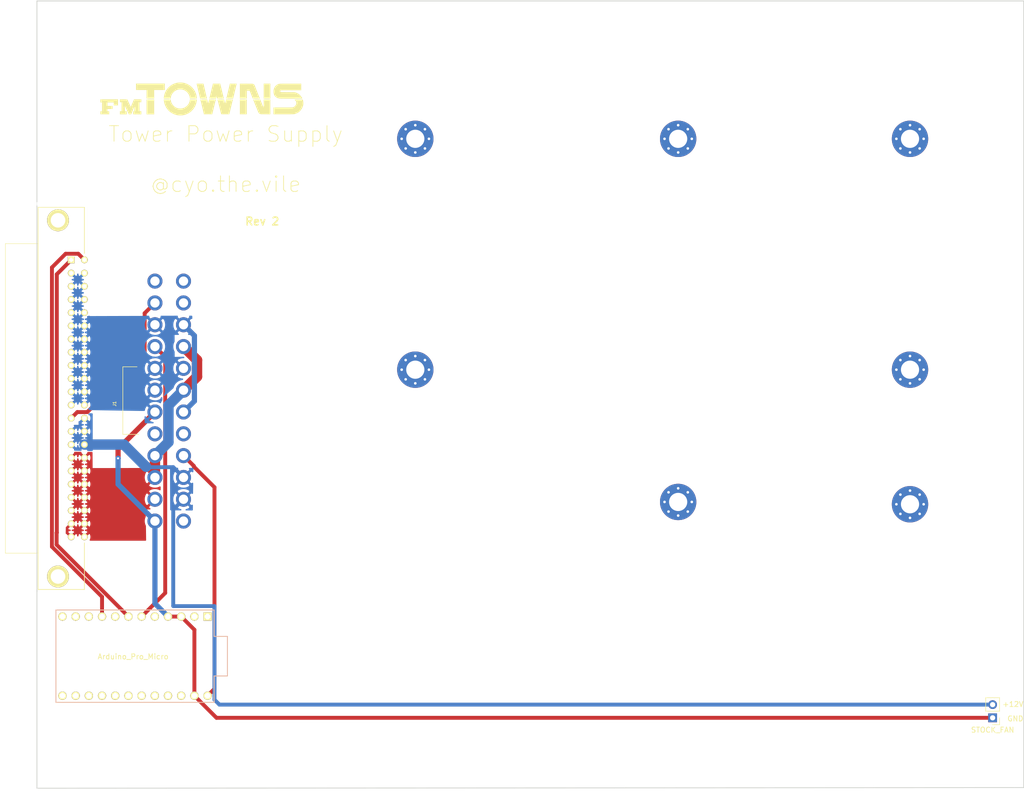
<source format=kicad_pcb>
(kicad_pcb (version 20171130) (host pcbnew "(5.1.10)-1")

  (general
    (thickness 1.6)
    (drawings 19)
    (tracks 59)
    (zones 0)
    (modules 21)
    (nets 34)
  )

  (page A4)
  (layers
    (0 Top signal)
    (31 Bottom signal)
    (32 B.Adhes user)
    (33 F.Adhes user)
    (34 B.Paste user)
    (35 F.Paste user)
    (36 B.SilkS user)
    (37 F.SilkS user)
    (38 B.Mask user)
    (39 F.Mask user)
    (40 Dwgs.User user)
    (41 Cmts.User user)
    (42 Eco1.User user)
    (43 Eco2.User user)
    (44 Edge.Cuts user)
    (45 Margin user)
    (46 B.CrtYd user)
    (47 F.CrtYd user)
    (48 B.Fab user)
    (49 F.Fab user)
  )

  (setup
    (last_trace_width 0.25)
    (trace_clearance 0.1524)
    (zone_clearance 0.508)
    (zone_45_only no)
    (trace_min 0.2)
    (via_size 0.8)
    (via_drill 0.4)
    (via_min_size 0.4)
    (via_min_drill 0.3)
    (uvia_size 0.3)
    (uvia_drill 0.1)
    (uvias_allowed no)
    (uvia_min_size 0.2)
    (uvia_min_drill 0.1)
    (edge_width 0.05)
    (segment_width 0.2)
    (pcb_text_width 0.3)
    (pcb_text_size 1.5 1.5)
    (mod_edge_width 0.12)
    (mod_text_size 1 1)
    (mod_text_width 0.15)
    (pad_size 4.3 4.3)
    (pad_drill 4.3)
    (pad_to_mask_clearance 0.05)
    (aux_axis_origin 0 0)
    (visible_elements 7FFFFFFF)
    (pcbplotparams
      (layerselection 0x010fc_ffffffff)
      (usegerberextensions false)
      (usegerberattributes true)
      (usegerberadvancedattributes true)
      (creategerberjobfile true)
      (excludeedgelayer true)
      (linewidth 0.100000)
      (plotframeref false)
      (viasonmask false)
      (mode 1)
      (useauxorigin false)
      (hpglpennumber 1)
      (hpglpenspeed 20)
      (hpglpendiameter 15.000000)
      (psnegative false)
      (psa4output false)
      (plotreference true)
      (plotvalue true)
      (plotinvisibletext false)
      (padsonsilk false)
      (subtractmaskfromsilk false)
      (outputformat 1)
      (mirror false)
      (drillshape 0)
      (scaleselection 1)
      (outputdirectory "factory output/"))
  )

  (net 0 "")
  (net 1 GND)
  (net 2 +5V)
  (net 3 +12V)
  (net 4 -12V)
  (net 5 "Net-(J1-Pad20)")
  (net 6 /5V_STBY)
  (net 7 "Net-(J1-Pad8)")
  (net 8 /FM_PS_ON_N)
  (net 9 /FM_PS_OFF_N)
  (net 10 "Net-(J2-PadMH2)")
  (net 11 "Net-(J2-PadMH1)")
  (net 12 /PS_ON)
  (net 13 "Net-(U1-Pad22)")
  (net 14 "Net-(U1-Pad21)")
  (net 15 "Net-(U1-Pad20)")
  (net 16 "Net-(U1-Pad19)")
  (net 17 "Net-(U1-Pad18)")
  (net 18 "Net-(U1-Pad17)")
  (net 19 "Net-(U1-Pad16)")
  (net 20 "Net-(U1-Pad15)")
  (net 21 "Net-(U1-Pad14)")
  (net 22 "Net-(U1-Pad13)")
  (net 23 "Net-(U1-Pad12)")
  (net 24 "Net-(U1-Pad11)")
  (net 25 "Net-(U1-Pad10)")
  (net 26 "Net-(U1-Pad8)")
  (net 27 "Net-(U1-Pad5)")
  (net 28 "Net-(U1-Pad2)")
  (net 29 "Net-(U1-Pad1)")
  (net 30 "Net-(J1-Pad13)")
  (net 31 "Net-(J1-Pad12)")
  (net 32 "Net-(J1-Pad2)")
  (net 33 "Net-(J1-Pad1)")

  (net_class Default "This is the default net class."
    (clearance 0.1524)
    (trace_width 0.25)
    (via_dia 0.8)
    (via_drill 0.4)
    (uvia_dia 0.3)
    (uvia_drill 0.1)
    (add_net +12V)
    (add_net +5V)
    (add_net -12V)
    (add_net /5V_STBY)
    (add_net /FM_PS_OFF_N)
    (add_net /FM_PS_ON_N)
    (add_net /PS_ON)
    (add_net GND)
    (add_net "Net-(J1-Pad1)")
    (add_net "Net-(J1-Pad12)")
    (add_net "Net-(J1-Pad13)")
    (add_net "Net-(J1-Pad2)")
    (add_net "Net-(J1-Pad20)")
    (add_net "Net-(J1-Pad8)")
    (add_net "Net-(J2-PadMH1)")
    (add_net "Net-(J2-PadMH2)")
    (add_net "Net-(U1-Pad1)")
    (add_net "Net-(U1-Pad10)")
    (add_net "Net-(U1-Pad11)")
    (add_net "Net-(U1-Pad12)")
    (add_net "Net-(U1-Pad13)")
    (add_net "Net-(U1-Pad14)")
    (add_net "Net-(U1-Pad15)")
    (add_net "Net-(U1-Pad16)")
    (add_net "Net-(U1-Pad17)")
    (add_net "Net-(U1-Pad18)")
    (add_net "Net-(U1-Pad19)")
    (add_net "Net-(U1-Pad2)")
    (add_net "Net-(U1-Pad20)")
    (add_net "Net-(U1-Pad21)")
    (add_net "Net-(U1-Pad22)")
    (add_net "Net-(U1-Pad5)")
    (add_net "Net-(U1-Pad8)")
  )

  (module MountingHole:MountingHole_3.5mm_Pad_Via (layer Top) (tedit 56DDBDB4) (tstamp 62F14AD8)
    (at 112.9856 48.5751 90)
    (descr "Mounting Hole 3.5mm")
    (tags "mounting hole 3.5mm")
    (attr virtual)
    (fp_text reference PAD1 (at 0 -4.5 90) (layer F.SilkS) hide
      (effects (font (size 1 1) (thickness 0.15)))
    )
    (fp_text value MountingHole_3.5mm_Pad_Via (at 0 4.5 90) (layer F.Fab)
      (effects (font (size 1 1) (thickness 0.15)))
    )
    (fp_circle (center 0 0) (end 3.5 0) (layer Cmts.User) (width 0.15))
    (fp_circle (center 0 0) (end 3.75 0) (layer F.CrtYd) (width 0.05))
    (fp_text user %R (at 0.3 0 90) (layer F.Fab)
      (effects (font (size 1 1) (thickness 0.15)))
    )
    (pad 1 thru_hole circle (at 0 0 90) (size 7 7) (drill 3.5) (layers *.Cu *.Mask))
    (pad 1 thru_hole circle (at 2.625 0 90) (size 0.8 0.8) (drill 0.5) (layers *.Cu *.Mask))
    (pad 1 thru_hole circle (at 1.856155 1.856155 90) (size 0.8 0.8) (drill 0.5) (layers *.Cu *.Mask))
    (pad 1 thru_hole circle (at 0 2.625 90) (size 0.8 0.8) (drill 0.5) (layers *.Cu *.Mask))
    (pad 1 thru_hole circle (at -1.856155 1.856155 90) (size 0.8 0.8) (drill 0.5) (layers *.Cu *.Mask))
    (pad 1 thru_hole circle (at -2.625 0 90) (size 0.8 0.8) (drill 0.5) (layers *.Cu *.Mask))
    (pad 1 thru_hole circle (at -1.856155 -1.856155 90) (size 0.8 0.8) (drill 0.5) (layers *.Cu *.Mask))
    (pad 1 thru_hole circle (at 0 -2.625 90) (size 0.8 0.8) (drill 0.5) (layers *.Cu *.Mask))
    (pad 1 thru_hole circle (at 1.856155 -1.856155 90) (size 0.8 0.8) (drill 0.5) (layers *.Cu *.Mask))
  )

  (module MountingHole:MountingHole_3.5mm_Pad_Via (layer Top) (tedit 56DDBDB4) (tstamp 62F14A51)
    (at 208.2356 93.0251 90)
    (descr "Mounting Hole 3.5mm")
    (tags "mounting hole 3.5mm")
    (attr virtual)
    (fp_text reference PAD1 (at 0 -4.5 90) (layer F.SilkS) hide
      (effects (font (size 1 1) (thickness 0.15)))
    )
    (fp_text value MountingHole_3.5mm_Pad_Via (at 0 4.5 90) (layer F.Fab)
      (effects (font (size 1 1) (thickness 0.15)))
    )
    (fp_circle (center 0 0) (end 3.5 0) (layer Cmts.User) (width 0.15))
    (fp_circle (center 0 0) (end 3.75 0) (layer F.CrtYd) (width 0.05))
    (fp_text user %R (at 0.3 0 90) (layer F.Fab)
      (effects (font (size 1 1) (thickness 0.15)))
    )
    (pad 1 thru_hole circle (at 0 0 90) (size 7 7) (drill 3.5) (layers *.Cu *.Mask))
    (pad 1 thru_hole circle (at 2.625 0 90) (size 0.8 0.8) (drill 0.5) (layers *.Cu *.Mask))
    (pad 1 thru_hole circle (at 1.856155 1.856155 90) (size 0.8 0.8) (drill 0.5) (layers *.Cu *.Mask))
    (pad 1 thru_hole circle (at 0 2.625 90) (size 0.8 0.8) (drill 0.5) (layers *.Cu *.Mask))
    (pad 1 thru_hole circle (at -1.856155 1.856155 90) (size 0.8 0.8) (drill 0.5) (layers *.Cu *.Mask))
    (pad 1 thru_hole circle (at -2.625 0 90) (size 0.8 0.8) (drill 0.5) (layers *.Cu *.Mask))
    (pad 1 thru_hole circle (at -1.856155 -1.856155 90) (size 0.8 0.8) (drill 0.5) (layers *.Cu *.Mask))
    (pad 1 thru_hole circle (at 0 -2.625 90) (size 0.8 0.8) (drill 0.5) (layers *.Cu *.Mask))
    (pad 1 thru_hole circle (at 1.856155 -1.856155 90) (size 0.8 0.8) (drill 0.5) (layers *.Cu *.Mask))
  )

  (module MountingHole:MountingHole_3.5mm_Pad_Via (layer Top) (tedit 56DDBDB4) (tstamp 62F14915)
    (at 112.9856 93.0251 90)
    (descr "Mounting Hole 3.5mm")
    (tags "mounting hole 3.5mm")
    (attr virtual)
    (fp_text reference PAD1 (at 0 -4.5 90) (layer F.SilkS) hide
      (effects (font (size 1 1) (thickness 0.15)))
    )
    (fp_text value MountingHole_3.5mm_Pad_Via (at 0 4.5 90) (layer F.Fab)
      (effects (font (size 1 1) (thickness 0.15)))
    )
    (fp_circle (center 0 0) (end 3.5 0) (layer Cmts.User) (width 0.15))
    (fp_circle (center 0 0) (end 3.75 0) (layer F.CrtYd) (width 0.05))
    (fp_text user %R (at 0.3 0 90) (layer F.Fab)
      (effects (font (size 1 1) (thickness 0.15)))
    )
    (pad 1 thru_hole circle (at 1.856155 -1.856155 90) (size 0.8 0.8) (drill 0.5) (layers *.Cu *.Mask))
    (pad 1 thru_hole circle (at 0 -2.625 90) (size 0.8 0.8) (drill 0.5) (layers *.Cu *.Mask))
    (pad 1 thru_hole circle (at -1.856155 -1.856155 90) (size 0.8 0.8) (drill 0.5) (layers *.Cu *.Mask))
    (pad 1 thru_hole circle (at -2.625 0 90) (size 0.8 0.8) (drill 0.5) (layers *.Cu *.Mask))
    (pad 1 thru_hole circle (at -1.856155 1.856155 90) (size 0.8 0.8) (drill 0.5) (layers *.Cu *.Mask))
    (pad 1 thru_hole circle (at 0 2.625 90) (size 0.8 0.8) (drill 0.5) (layers *.Cu *.Mask))
    (pad 1 thru_hole circle (at 1.856155 1.856155 90) (size 0.8 0.8) (drill 0.5) (layers *.Cu *.Mask))
    (pad 1 thru_hole circle (at 2.625 0 90) (size 0.8 0.8) (drill 0.5) (layers *.Cu *.Mask))
    (pad 1 thru_hole circle (at 0 0 90) (size 7 7) (drill 3.5) (layers *.Cu *.Mask))
  )

  (module MountingHole:MountingHole_3.5mm_Pad_Via (layer Top) (tedit 56DDBDB4) (tstamp 607C4A7B)
    (at 163.5951 118.4886 90)
    (descr "Mounting Hole 3.5mm")
    (tags "mounting hole 3.5mm")
    (attr virtual)
    (fp_text reference PAD2 (at 0 -4.5 90) (layer F.SilkS) hide
      (effects (font (size 1 1) (thickness 0.15)))
    )
    (fp_text value MountingHole_3.5mm_Pad_Via (at 0 4.5 90) (layer F.Fab)
      (effects (font (size 1 1) (thickness 0.15)))
    )
    (fp_circle (center 0 0) (end 3.5 0) (layer Cmts.User) (width 0.15))
    (fp_circle (center 0 0) (end 3.75 0) (layer F.CrtYd) (width 0.05))
    (fp_text user %R (at 0.3 0 90) (layer F.Fab)
      (effects (font (size 1 1) (thickness 0.15)))
    )
    (pad 1 thru_hole circle (at 0 0 90) (size 7 7) (drill 3.5) (layers *.Cu *.Mask))
    (pad 1 thru_hole circle (at 2.625 0 90) (size 0.8 0.8) (drill 0.5) (layers *.Cu *.Mask))
    (pad 1 thru_hole circle (at 1.856155 1.856155 90) (size 0.8 0.8) (drill 0.5) (layers *.Cu *.Mask))
    (pad 1 thru_hole circle (at 0 2.625 90) (size 0.8 0.8) (drill 0.5) (layers *.Cu *.Mask))
    (pad 1 thru_hole circle (at -1.856155 1.856155 90) (size 0.8 0.8) (drill 0.5) (layers *.Cu *.Mask))
    (pad 1 thru_hole circle (at -2.625 0 90) (size 0.8 0.8) (drill 0.5) (layers *.Cu *.Mask))
    (pad 1 thru_hole circle (at -1.856155 -1.856155 90) (size 0.8 0.8) (drill 0.5) (layers *.Cu *.Mask))
    (pad 1 thru_hole circle (at 0 -2.625 90) (size 0.8 0.8) (drill 0.5) (layers *.Cu *.Mask))
    (pad 1 thru_hole circle (at 1.856155 -1.856155 90) (size 0.8 0.8) (drill 0.5) (layers *.Cu *.Mask))
  )

  (module MountingHole:MountingHole_3.5mm_Pad_Via (layer Top) (tedit 56DDBDB4) (tstamp 607C4A6C)
    (at 208.2356 118.9331 90)
    (descr "Mounting Hole 3.5mm")
    (tags "mounting hole 3.5mm")
    (attr virtual)
    (fp_text reference PAD1 (at 0 -4.5 90) (layer F.SilkS) hide
      (effects (font (size 1 1) (thickness 0.15)))
    )
    (fp_text value MountingHole_3.5mm_Pad_Via (at 0 4.5 90) (layer F.Fab)
      (effects (font (size 1 1) (thickness 0.15)))
    )
    (fp_circle (center 0 0) (end 3.5 0) (layer Cmts.User) (width 0.15))
    (fp_circle (center 0 0) (end 3.75 0) (layer F.CrtYd) (width 0.05))
    (fp_text user %R (at 0.3 0 90) (layer F.Fab)
      (effects (font (size 1 1) (thickness 0.15)))
    )
    (pad 1 thru_hole circle (at 0 0 90) (size 7 7) (drill 3.5) (layers *.Cu *.Mask))
    (pad 1 thru_hole circle (at 2.625 0 90) (size 0.8 0.8) (drill 0.5) (layers *.Cu *.Mask))
    (pad 1 thru_hole circle (at 1.856155 1.856155 90) (size 0.8 0.8) (drill 0.5) (layers *.Cu *.Mask))
    (pad 1 thru_hole circle (at 0 2.625 90) (size 0.8 0.8) (drill 0.5) (layers *.Cu *.Mask))
    (pad 1 thru_hole circle (at -1.856155 1.856155 90) (size 0.8 0.8) (drill 0.5) (layers *.Cu *.Mask))
    (pad 1 thru_hole circle (at -2.625 0 90) (size 0.8 0.8) (drill 0.5) (layers *.Cu *.Mask))
    (pad 1 thru_hole circle (at -1.856155 -1.856155 90) (size 0.8 0.8) (drill 0.5) (layers *.Cu *.Mask))
    (pad 1 thru_hole circle (at 0 -2.625 90) (size 0.8 0.8) (drill 0.5) (layers *.Cu *.Mask))
    (pad 1 thru_hole circle (at 1.856155 -1.856155 90) (size 0.8 0.8) (drill 0.5) (layers *.Cu *.Mask))
  )

  (module MountingHole:MountingHole_3.5mm_Pad_Via (layer Top) (tedit 56DDBDB4) (tstamp 607C4A5D)
    (at 163.5951 48.5751 90)
    (descr "Mounting Hole 3.5mm")
    (tags "mounting hole 3.5mm")
    (attr virtual)
    (fp_text reference PAD3 (at 0 -4.5 90) (layer F.SilkS) hide
      (effects (font (size 1 1) (thickness 0.15)))
    )
    (fp_text value MountingHole_3.5mm_Pad_Via (at 0 4.5 90) (layer F.Fab)
      (effects (font (size 1 1) (thickness 0.15)))
    )
    (fp_circle (center 0 0) (end 3.5 0) (layer Cmts.User) (width 0.15))
    (fp_circle (center 0 0) (end 3.75 0) (layer F.CrtYd) (width 0.05))
    (fp_text user %R (at 0.3 0 90) (layer F.Fab)
      (effects (font (size 1 1) (thickness 0.15)))
    )
    (pad 1 thru_hole circle (at 0 0 90) (size 7 7) (drill 3.5) (layers *.Cu *.Mask))
    (pad 1 thru_hole circle (at 2.625 0 90) (size 0.8 0.8) (drill 0.5) (layers *.Cu *.Mask))
    (pad 1 thru_hole circle (at 1.856155 1.856155 90) (size 0.8 0.8) (drill 0.5) (layers *.Cu *.Mask))
    (pad 1 thru_hole circle (at 0 2.625 90) (size 0.8 0.8) (drill 0.5) (layers *.Cu *.Mask))
    (pad 1 thru_hole circle (at -1.856155 1.856155 90) (size 0.8 0.8) (drill 0.5) (layers *.Cu *.Mask))
    (pad 1 thru_hole circle (at -2.625 0 90) (size 0.8 0.8) (drill 0.5) (layers *.Cu *.Mask))
    (pad 1 thru_hole circle (at -1.856155 -1.856155 90) (size 0.8 0.8) (drill 0.5) (layers *.Cu *.Mask))
    (pad 1 thru_hole circle (at 0 -2.625 90) (size 0.8 0.8) (drill 0.5) (layers *.Cu *.Mask))
    (pad 1 thru_hole circle (at 1.856155 -1.856155 90) (size 0.8 0.8) (drill 0.5) (layers *.Cu *.Mask))
  )

  (module MountingHole:MountingHole_3.5mm_Pad_Via (layer Top) (tedit 56DDBDB4) (tstamp 607C4A4E)
    (at 208.2356 48.5751 90)
    (descr "Mounting Hole 3.5mm")
    (tags "mounting hole 3.5mm")
    (attr virtual)
    (fp_text reference PAD4 (at 0 -4.5 90) (layer F.SilkS) hide
      (effects (font (size 1 1) (thickness 0.15)))
    )
    (fp_text value MountingHole_3.5mm_Pad_Via (at 0 4.5 90) (layer F.Fab)
      (effects (font (size 1 1) (thickness 0.15)))
    )
    (fp_circle (center 0 0) (end 3.5 0) (layer Cmts.User) (width 0.15))
    (fp_circle (center 0 0) (end 3.75 0) (layer F.CrtYd) (width 0.05))
    (fp_text user %R (at 0.3 0 90) (layer F.Fab)
      (effects (font (size 1 1) (thickness 0.15)))
    )
    (pad 1 thru_hole circle (at 0 0 90) (size 7 7) (drill 3.5) (layers *.Cu *.Mask))
    (pad 1 thru_hole circle (at 2.625 0 90) (size 0.8 0.8) (drill 0.5) (layers *.Cu *.Mask))
    (pad 1 thru_hole circle (at 1.856155 1.856155 90) (size 0.8 0.8) (drill 0.5) (layers *.Cu *.Mask))
    (pad 1 thru_hole circle (at 0 2.625 90) (size 0.8 0.8) (drill 0.5) (layers *.Cu *.Mask))
    (pad 1 thru_hole circle (at -1.856155 1.856155 90) (size 0.8 0.8) (drill 0.5) (layers *.Cu *.Mask))
    (pad 1 thru_hole circle (at -2.625 0 90) (size 0.8 0.8) (drill 0.5) (layers *.Cu *.Mask))
    (pad 1 thru_hole circle (at -1.856155 -1.856155 90) (size 0.8 0.8) (drill 0.5) (layers *.Cu *.Mask))
    (pad 1 thru_hole circle (at 0 -2.625 90) (size 0.8 0.8) (drill 0.5) (layers *.Cu *.Mask))
    (pad 1 thru_hole circle (at 1.856155 -1.856155 90) (size 0.8 0.8) (drill 0.5) (layers *.Cu *.Mask))
  )

  (module promicro:ProMicro (layer Top) (tedit 5A06A962) (tstamp 6067A844)
    (at 59.02316 148.17596 180)
    (descr "Pro Micro footprint")
    (tags "promicro ProMicro")
    (path /60705CA2)
    (fp_text reference U1 (at 0 -10.16) (layer F.SilkS) hide
      (effects (font (size 1 1) (thickness 0.15)))
    )
    (fp_text value ProMicro (at 0 10.16) (layer F.Fab)
      (effects (font (size 1 1) (thickness 0.15)))
    )
    (fp_line (start 15.24 -8.89) (end 15.24 8.89) (layer B.SilkS) (width 0.15))
    (fp_line (start 15.24 8.89) (end -15.24 8.89) (layer B.SilkS) (width 0.15))
    (fp_line (start -15.24 8.89) (end -15.24 3.81) (layer B.SilkS) (width 0.15))
    (fp_line (start -15.24 3.81) (end -17.78 3.81) (layer B.SilkS) (width 0.15))
    (fp_line (start -17.78 3.81) (end -17.78 -3.81) (layer B.SilkS) (width 0.15))
    (fp_line (start -17.78 -3.81) (end -15.24 -3.81) (layer B.SilkS) (width 0.15))
    (fp_line (start -15.24 -3.81) (end -15.24 -8.89) (layer B.SilkS) (width 0.15))
    (fp_line (start -15.24 -8.89) (end 15.24 -8.89) (layer B.SilkS) (width 0.15))
    (fp_line (start -15.24 8.89) (end 15.24 8.89) (layer F.SilkS) (width 0.15))
    (fp_line (start -15.24 8.89) (end -15.24 3.81) (layer F.SilkS) (width 0.15))
    (fp_line (start -15.24 3.81) (end -17.78 3.81) (layer F.SilkS) (width 0.15))
    (fp_line (start -17.78 3.81) (end -17.78 -3.81) (layer F.SilkS) (width 0.15))
    (fp_line (start -17.78 -3.81) (end -15.24 -3.81) (layer F.SilkS) (width 0.15))
    (fp_line (start -15.24 -3.81) (end -15.24 -8.89) (layer F.SilkS) (width 0.15))
    (fp_line (start -15.24 -8.89) (end 15.24 -8.89) (layer F.SilkS) (width 0.15))
    (fp_line (start 15.24 -8.89) (end 15.24 8.89) (layer F.SilkS) (width 0.15))
    (pad 24 thru_hole circle (at -13.97 -7.62 180) (size 1.6 1.6) (drill 1.1) (layers *.Cu *.Mask F.SilkS)
      (net 6 /5V_STBY))
    (pad 23 thru_hole circle (at -11.43 -7.62 180) (size 1.6 1.6) (drill 1.1) (layers *.Cu *.Mask F.SilkS)
      (net 1 GND))
    (pad 22 thru_hole circle (at -8.89 -7.62 180) (size 1.6 1.6) (drill 1.1) (layers *.Cu *.Mask F.SilkS)
      (net 13 "Net-(U1-Pad22)"))
    (pad 21 thru_hole circle (at -6.35 -7.62 180) (size 1.6 1.6) (drill 1.1) (layers *.Cu *.Mask F.SilkS)
      (net 14 "Net-(U1-Pad21)"))
    (pad 20 thru_hole circle (at -3.81 -7.62 180) (size 1.6 1.6) (drill 1.1) (layers *.Cu *.Mask F.SilkS)
      (net 15 "Net-(U1-Pad20)"))
    (pad 19 thru_hole circle (at -1.27 -7.62 180) (size 1.6 1.6) (drill 1.1) (layers *.Cu *.Mask F.SilkS)
      (net 16 "Net-(U1-Pad19)"))
    (pad 18 thru_hole circle (at 1.27 -7.62 180) (size 1.6 1.6) (drill 1.1) (layers *.Cu *.Mask F.SilkS)
      (net 17 "Net-(U1-Pad18)"))
    (pad 17 thru_hole circle (at 3.81 -7.62 180) (size 1.6 1.6) (drill 1.1) (layers *.Cu *.Mask F.SilkS)
      (net 18 "Net-(U1-Pad17)"))
    (pad 16 thru_hole circle (at 6.35 -7.62 180) (size 1.6 1.6) (drill 1.1) (layers *.Cu *.Mask F.SilkS)
      (net 19 "Net-(U1-Pad16)"))
    (pad 15 thru_hole circle (at 8.89 -7.62 180) (size 1.6 1.6) (drill 1.1) (layers *.Cu *.Mask F.SilkS)
      (net 20 "Net-(U1-Pad15)"))
    (pad 14 thru_hole circle (at 11.43 -7.62 180) (size 1.6 1.6) (drill 1.1) (layers *.Cu *.Mask F.SilkS)
      (net 21 "Net-(U1-Pad14)"))
    (pad 13 thru_hole circle (at 13.97 -7.62 180) (size 1.6 1.6) (drill 1.1) (layers *.Cu *.Mask F.SilkS)
      (net 22 "Net-(U1-Pad13)"))
    (pad 12 thru_hole circle (at 13.97 7.62 180) (size 1.6 1.6) (drill 1.1) (layers *.Cu *.Mask F.SilkS)
      (net 23 "Net-(U1-Pad12)"))
    (pad 11 thru_hole circle (at 11.43 7.62 180) (size 1.6 1.6) (drill 1.1) (layers *.Cu *.Mask F.SilkS)
      (net 24 "Net-(U1-Pad11)"))
    (pad 10 thru_hole circle (at 8.89 7.62 180) (size 1.6 1.6) (drill 1.1) (layers *.Cu *.Mask F.SilkS)
      (net 25 "Net-(U1-Pad10)"))
    (pad 9 thru_hole circle (at 6.35 7.62 180) (size 1.6 1.6) (drill 1.1) (layers *.Cu *.Mask F.SilkS)
      (net 8 /FM_PS_ON_N))
    (pad 8 thru_hole circle (at 3.81 7.62 180) (size 1.6 1.6) (drill 1.1) (layers *.Cu *.Mask F.SilkS)
      (net 26 "Net-(U1-Pad8)"))
    (pad 7 thru_hole circle (at 1.27 7.62 180) (size 1.6 1.6) (drill 1.1) (layers *.Cu *.Mask F.SilkS)
      (net 9 /FM_PS_OFF_N))
    (pad 6 thru_hole circle (at -1.27 7.62 180) (size 1.6 1.6) (drill 1.1) (layers *.Cu *.Mask F.SilkS)
      (net 12 /PS_ON))
    (pad 5 thru_hole circle (at -3.81 7.62 180) (size 1.6 1.6) (drill 1.1) (layers *.Cu *.Mask F.SilkS)
      (net 27 "Net-(U1-Pad5)"))
    (pad 4 thru_hole circle (at -6.35 7.62 180) (size 1.6 1.6) (drill 1.1) (layers *.Cu *.Mask F.SilkS)
      (net 1 GND))
    (pad 3 thru_hole circle (at -8.89 7.62 180) (size 1.6 1.6) (drill 1.1) (layers *.Cu *.Mask F.SilkS)
      (net 1 GND))
    (pad 2 thru_hole circle (at -11.43 7.62 180) (size 1.6 1.6) (drill 1.1) (layers *.Cu *.Mask F.SilkS)
      (net 28 "Net-(U1-Pad2)"))
    (pad 1 thru_hole rect (at -13.97 7.62 180) (size 1.6 1.6) (drill 1.1) (layers *.Cu *.Mask F.SilkS)
      (net 29 "Net-(U1-Pad1)"))
  )

  (module MountingHole:MountingHole_2.1mm (layer Top) (tedit 5B924765) (tstamp 5FAF8E01)
    (at 153.543 32.03956)
    (descr "Mounting Hole 2.1mm, no annular")
    (tags "mounting hole 2.1mm no annular")
    (attr virtual)
    (fp_text reference REF** (at 0 -3.2) (layer F.SilkS) hide
      (effects (font (size 1 1) (thickness 0.15)))
    )
    (fp_text value MountingHole_2.1mm (at 0 3.2) (layer F.Fab)
      (effects (font (size 1 1) (thickness 0.15)))
    )
    (fp_circle (center 0 0) (end 2.1 0) (layer Cmts.User) (width 0.15))
    (fp_circle (center 0 0) (end 2.35 0) (layer F.CrtYd) (width 0.05))
    (fp_text user %R (at 0.3 0) (layer F.Fab)
      (effects (font (size 1 1) (thickness 0.15)))
    )
    (pad "" np_thru_hole circle (at 0 0) (size 2.1 2.1) (drill 2.1) (layers *.Cu *.Mask))
  )

  (module MountingHole:MountingHole_4.3mm_M4 (layer Top) (tedit 56D1B4CB) (tstamp 5FAF8DC3)
    (at 147.08124 26.42108)
    (descr "Mounting Hole 4.3mm, no annular, M4")
    (tags "mounting hole 4.3mm no annular m4")
    (attr virtual)
    (fp_text reference REF** (at 0 -5.3) (layer F.SilkS) hide
      (effects (font (size 1 1) (thickness 0.15)))
    )
    (fp_text value MountingHole_4.3mm_M4 (at 0 5.3) (layer F.Fab)
      (effects (font (size 1 1) (thickness 0.15)))
    )
    (fp_circle (center 0 0) (end 4.3 0) (layer Cmts.User) (width 0.15))
    (fp_circle (center 0 0) (end 4.55 0) (layer F.CrtYd) (width 0.05))
    (fp_text user %R (at 0.3 0) (layer F.Fab)
      (effects (font (size 1 1) (thickness 0.15)))
    )
    (pad 1 np_thru_hole circle (at 0 0) (size 4.3 4.3) (drill 4.3) (layers *.Cu *.Mask))
  )

  (module MountingHole:MountingHole_4.3mm_M4 (layer Top) (tedit 56D1B4CB) (tstamp 5FAF8B7D)
    (at 216.8906 26.61412)
    (descr "Mounting Hole 4.3mm, no annular, M4")
    (tags "mounting hole 4.3mm no annular m4")
    (attr virtual)
    (fp_text reference REF** (at 0 -5.3) (layer F.SilkS) hide
      (effects (font (size 1 1) (thickness 0.15)))
    )
    (fp_text value MountingHole_4.3mm_M4 (at 0 5.3) (layer F.Fab)
      (effects (font (size 1 1) (thickness 0.15)))
    )
    (fp_circle (center 0 0) (end 4.3 0) (layer Cmts.User) (width 0.15))
    (fp_circle (center 0 0) (end 4.55 0) (layer F.CrtYd) (width 0.05))
    (fp_text user %R (at 0.3 0) (layer F.Fab)
      (effects (font (size 1 1) (thickness 0.15)))
    )
    (pad 1 np_thru_hole circle (at 0 0) (size 4.3 4.3) (drill 4.3) (layers *.Cu *.Mask))
  )

  (module MountingHole:MountingHole_4.3mm_M4 (layer Top) (tedit 56D1B4CB) (tstamp 5FAF8B15)
    (at 60.26404 26.50744)
    (descr "Mounting Hole 4.3mm, no annular, M4")
    (tags "mounting hole 4.3mm no annular m4")
    (attr virtual)
    (fp_text reference REF** (at 0 -5.3) (layer F.SilkS) hide
      (effects (font (size 1 1) (thickness 0.15)))
    )
    (fp_text value MountingHole_4.3mm_M4 (at 0 5.3) (layer F.Fab)
      (effects (font (size 1 1) (thickness 0.15)))
    )
    (fp_circle (center 0 0) (end 4.3 0) (layer Cmts.User) (width 0.15))
    (fp_circle (center 0 0) (end 4.55 0) (layer F.CrtYd) (width 0.05))
    (fp_text user %R (at 0.3 0) (layer F.Fab)
      (effects (font (size 1 1) (thickness 0.15)))
    )
    (pad 1 np_thru_hole circle (at 0 0) (size 4.3 4.3) (drill 4.3) (layers *.Cu *.Mask))
  )

  (module MountingHole:MountingHole_2.1mm (layer Top) (tedit 5B924765) (tstamp 5FAF8A87)
    (at 212.344 164.8714)
    (descr "Mounting Hole 2.1mm, no annular")
    (tags "mounting hole 2.1mm no annular")
    (attr virtual)
    (fp_text reference REF** (at 0 -3.2) (layer F.SilkS) hide
      (effects (font (size 1 1) (thickness 0.15)))
    )
    (fp_text value MountingHole_2.1mm (at 0 3.2) (layer F.Fab)
      (effects (font (size 1 1) (thickness 0.15)))
    )
    (fp_circle (center 0 0) (end 2.1 0) (layer Cmts.User) (width 0.15))
    (fp_circle (center 0 0) (end 2.35 0) (layer F.CrtYd) (width 0.05))
    (fp_text user %R (at 0.3 0) (layer F.Fab)
      (effects (font (size 1 1) (thickness 0.15)))
    )
    (pad "" np_thru_hole circle (at 0 0) (size 2.1 2.1) (drill 2.1) (layers *.Cu *.Mask))
  )

  (module MountingHole:MountingHole_4.3mm_M4 (layer Top) (tedit 56D1B4CB) (tstamp 5FAF89D1)
    (at 206.756 169.07764)
    (descr "Mounting Hole 4.3mm, no annular, M4")
    (tags "mounting hole 4.3mm no annular m4")
    (attr virtual)
    (fp_text reference REF** (at 0 -5.3) (layer F.SilkS) hide
      (effects (font (size 1 1) (thickness 0.15)))
    )
    (fp_text value MountingHole_4.3mm_M4 (at 0 5.3) (layer F.Fab)
      (effects (font (size 1 1) (thickness 0.15)))
    )
    (fp_circle (center 0 0) (end 4.3 0) (layer Cmts.User) (width 0.15))
    (fp_circle (center 0 0) (end 4.55 0) (layer F.CrtYd) (width 0.05))
    (fp_text user %R (at 0.3 0) (layer F.Fab)
      (effects (font (size 1 1) (thickness 0.15)))
    )
    (pad 1 np_thru_hole circle (at 0 0) (size 4.3 4.3) (drill 4.3) (layers *.Cu *.Mask))
  )

  (module MountingHole:MountingHole_4.3mm_M4 (layer Top) (tedit 56D1B4CB) (tstamp 5FAF87CD)
    (at 126.27864 169.2148)
    (descr "Mounting Hole 4.3mm, no annular, M4")
    (tags "mounting hole 4.3mm no annular m4")
    (attr virtual)
    (fp_text reference REF** (at 0 -5.3) (layer F.SilkS) hide
      (effects (font (size 1 1) (thickness 0.15)))
    )
    (fp_text value MountingHole_4.3mm_M4 (at 0 5.3) (layer F.Fab)
      (effects (font (size 1 1) (thickness 0.15)))
    )
    (fp_circle (center 0 0) (end 4.3 0) (layer Cmts.User) (width 0.15))
    (fp_circle (center 0 0) (end 4.55 0) (layer F.CrtYd) (width 0.05))
    (fp_text user %R (at 0.3 0) (layer F.Fab)
      (effects (font (size 1 1) (thickness 0.15)))
    )
    (pad 1 np_thru_hole circle (at 0 0) (size 4.3 4.3) (drill 4.3) (layers *.Cu *.Mask))
  )

  (module MountingHole:MountingHole_4.3mm_M4 (layer Top) (tedit 56D1B4CB) (tstamp 5FAF85B0)
    (at 47.59828 169.10884)
    (descr "Mounting Hole 4.3mm, no annular, M4")
    (tags "mounting hole 4.3mm no annular m4")
    (attr virtual)
    (fp_text reference REF** (at 0 -5.3) (layer F.SilkS) hide
      (effects (font (size 1 1) (thickness 0.15)))
    )
    (fp_text value MountingHole_4.3mm_M4 (at 0 5.3) (layer F.Fab)
      (effects (font (size 1 1) (thickness 0.15)))
    )
    (fp_circle (center 0 0) (end 4.3 0) (layer Cmts.User) (width 0.15))
    (fp_circle (center 0 0) (end 4.55 0) (layer F.CrtYd) (width 0.05))
    (fp_text user %R (at 0.3 0) (layer F.Fab)
      (effects (font (size 1 1) (thickness 0.15)))
    )
    (pad 1 np_thru_hole circle (at 0 0) (size 4.3 4.3) (drill 4.3) (layers *.Cu *.Mask))
  )

  (module MountingHole:MountingHole_2.1mm (layer Top) (tedit 5B924765) (tstamp 5FAF834E)
    (at 43.84828 163.77884)
    (descr "Mounting Hole 2.1mm, no annular")
    (tags "mounting hole 2.1mm no annular")
    (attr virtual)
    (fp_text reference REF** (at 0 -3.2) (layer F.SilkS) hide
      (effects (font (size 1 1) (thickness 0.15)))
    )
    (fp_text value MountingHole_2.1mm (at 0 3.2) (layer F.Fab)
      (effects (font (size 1 1) (thickness 0.15)))
    )
    (fp_circle (center 0 0) (end 2.1 0) (layer Cmts.User) (width 0.15))
    (fp_circle (center 0 0) (end 2.35 0) (layer F.CrtYd) (width 0.05))
    (fp_text user %R (at 0.3 0) (layer F.Fab)
      (effects (font (size 1 1) (thickness 0.15)))
    )
    (pad "" np_thru_hole circle (at 0 0) (size 2.1 2.1) (drill 2.1) (layers *.Cu *.Mask))
  )

  (module Connector_PinHeader_2.54mm:PinHeader_1x02_P2.54mm_Vertical (layer Top) (tedit 59FED5CC) (tstamp 5FAF6059)
    (at 224.14 160.05 180)
    (descr "Through hole straight pin header, 1x02, 2.54mm pitch, single row")
    (tags "Through hole pin header THT 1x02 2.54mm single row")
    (path /6013E70F)
    (fp_text reference STOCK_FAN (at 0 -2.33) (layer F.SilkS)
      (effects (font (size 1 1) (thickness 0.15)))
    )
    (fp_text value Conn_01x02 (at 0 4.87) (layer F.Fab)
      (effects (font (size 1 1) (thickness 0.15)))
    )
    (fp_line (start -0.635 -1.27) (end 1.27 -1.27) (layer F.Fab) (width 0.1))
    (fp_line (start 1.27 -1.27) (end 1.27 3.81) (layer F.Fab) (width 0.1))
    (fp_line (start 1.27 3.81) (end -1.27 3.81) (layer F.Fab) (width 0.1))
    (fp_line (start -1.27 3.81) (end -1.27 -0.635) (layer F.Fab) (width 0.1))
    (fp_line (start -1.27 -0.635) (end -0.635 -1.27) (layer F.Fab) (width 0.1))
    (fp_line (start -1.33 3.87) (end 1.33 3.87) (layer F.SilkS) (width 0.12))
    (fp_line (start -1.33 1.27) (end -1.33 3.87) (layer F.SilkS) (width 0.12))
    (fp_line (start 1.33 1.27) (end 1.33 3.87) (layer F.SilkS) (width 0.12))
    (fp_line (start -1.33 1.27) (end 1.33 1.27) (layer F.SilkS) (width 0.12))
    (fp_line (start -1.33 0) (end -1.33 -1.33) (layer F.SilkS) (width 0.12))
    (fp_line (start -1.33 -1.33) (end 0 -1.33) (layer F.SilkS) (width 0.12))
    (fp_line (start -1.8 -1.8) (end -1.8 4.35) (layer F.CrtYd) (width 0.05))
    (fp_line (start -1.8 4.35) (end 1.8 4.35) (layer F.CrtYd) (width 0.05))
    (fp_line (start 1.8 4.35) (end 1.8 -1.8) (layer F.CrtYd) (width 0.05))
    (fp_line (start 1.8 -1.8) (end -1.8 -1.8) (layer F.CrtYd) (width 0.05))
    (fp_text user %R (at 0 1.27 90) (layer F.Fab)
      (effects (font (size 1 1) (thickness 0.15)))
    )
    (pad 2 thru_hole oval (at 0 2.54 180) (size 1.7 1.7) (drill 1) (layers *.Cu *.Mask)
      (net 3 +12V))
    (pad 1 thru_hole rect (at 0 0 180) (size 1.7 1.7) (drill 1) (layers *.Cu *.Mask)
      (net 1 GND))
    (model ${KISYS3DMOD}/Connector_PinHeader_2.54mm.3dshapes/PinHeader_1x02_P2.54mm_Vertical.wrl
      (at (xyz 0 0 0))
      (scale (xyz 1 1 1))
      (rotate (xyz 0 0 0))
    )
  )

  (module "FM Towns Pico Adapter:ATX24_RIGHT_ANGLE" (layer Top) (tedit 0) (tstamp 5FAEB454)
    (at 73.11714 99.0706 90)
    (descr "<h3>Molex Mini-Fit Jr. - 24 pin, Right Angle</h3>\n<p>Specifications:\n<ul><li>Pin count:24</li>\n</ul></p>\n<p><a href=”https://www.sparkfun.com/datasheets/Prototyping/Connectors/ATX-RA.pdf”>Datasheet referenced for footprint</a></p>\n<p>Example device(s):\n<ul><li>ATX24</li>\n</ul></p>")
    (path /449C7C68)
    (fp_text reference J1 (at -1.0938 -17.6971 90) (layer F.SilkS)
      (effects (font (size 0.57912 0.57912) (thickness 0.12192)) (justify left bottom))
    )
    (fp_text value ATX24RH (at -1.27 3.302 90) (layer F.Fab)
      (effects (font (size 0.57912 0.57912) (thickness 0.12192)) (justify left bottom))
    )
    (fp_line (start 24.9856 -2.9428) (end -24.9856 -2.9428) (layer F.Fab) (width 0.127))
    (fp_line (start -25 -2.9332) (end -25 -12) (layer F.Fab) (width 0.127))
    (fp_line (start -25 -12) (end 25 -12) (layer F.Fab) (width 0.127))
    (fp_line (start 25 -12) (end 25 -2.9332) (layer F.Fab) (width 0.127))
    (pad 24 thru_hole circle (at -23.1 -10.26 270) (size 2.9 2.9) (drill 1.8) (layers *.Cu *.Mask)
      (net 1 GND) (solder_mask_margin 0.1016))
    (pad 23 thru_hole circle (at -18.9 -10.26 270) (size 2.9 2.9) (drill 1.8) (layers *.Cu *.Mask)
      (net 2 +5V) (solder_mask_margin 0.1016))
    (pad 22 thru_hole circle (at -14.7 -10.26 270) (size 2.9 2.9) (drill 1.8) (layers *.Cu *.Mask)
      (net 2 +5V) (solder_mask_margin 0.1016))
    (pad 21 thru_hole circle (at -10.5 -10.26 270) (size 2.9 2.9) (drill 1.8) (layers *.Cu *.Mask)
      (net 2 +5V) (solder_mask_margin 0.1016))
    (pad 20 thru_hole circle (at -6.3 -10.26 270) (size 2.9 2.9) (drill 1.8) (layers *.Cu *.Mask)
      (net 5 "Net-(J1-Pad20)") (solder_mask_margin 0.1016))
    (pad 19 thru_hole circle (at -2.1 -10.26 270) (size 2.9 2.9) (drill 1.8) (layers *.Cu *.Mask)
      (net 1 GND) (solder_mask_margin 0.1016))
    (pad 18 thru_hole circle (at 2.1 -10.26 270) (size 2.9 2.9) (drill 1.8) (layers *.Cu *.Mask)
      (net 1 GND) (solder_mask_margin 0.1016))
    (pad 17 thru_hole circle (at 6.3 -10.26 270) (size 2.9 2.9) (drill 1.8) (layers *.Cu *.Mask)
      (net 1 GND) (solder_mask_margin 0.1016))
    (pad 16 thru_hole circle (at 10.5 -10.26 270) (size 2.9 2.9) (drill 1.8) (layers *.Cu *.Mask)
      (net 12 /PS_ON) (solder_mask_margin 0.1016))
    (pad 15 thru_hole circle (at 14.7 -10.26 270) (size 2.9 2.9) (drill 1.8) (layers *.Cu *.Mask)
      (net 1 GND) (solder_mask_margin 0.1016))
    (pad 14 thru_hole circle (at 18.9 -10.26 270) (size 2.9 2.9) (drill 1.8) (layers *.Cu *.Mask)
      (net 4 -12V) (solder_mask_margin 0.1016))
    (pad 13 thru_hole circle (at 23.1 -10.26 270) (size 2.9 2.9) (drill 1.8) (layers *.Cu *.Mask)
      (net 30 "Net-(J1-Pad13)") (solder_mask_margin 0.1016))
    (pad 12 thru_hole circle (at -23.1 -4.76 270) (size 2.9 2.9) (drill 1.8) (layers *.Cu *.Mask)
      (net 31 "Net-(J1-Pad12)") (solder_mask_margin 0.1016))
    (pad 11 thru_hole circle (at -18.9 -4.76 270) (size 2.9 2.9) (drill 1.8) (layers *.Cu *.Mask)
      (net 3 +12V) (solder_mask_margin 0.1016))
    (pad 10 thru_hole circle (at -14.7 -4.76 270) (size 2.9 2.9) (drill 1.8) (layers *.Cu *.Mask)
      (net 3 +12V) (solder_mask_margin 0.1016))
    (pad 9 thru_hole circle (at -10.5 -4.76 270) (size 2.9 2.9) (drill 1.8) (layers *.Cu *.Mask)
      (net 6 /5V_STBY) (solder_mask_margin 0.1016))
    (pad 8 thru_hole circle (at -6.3 -4.76 270) (size 2.9 2.9) (drill 1.8) (layers *.Cu *.Mask)
      (net 7 "Net-(J1-Pad8)") (solder_mask_margin 0.1016))
    (pad 7 thru_hole circle (at -2.1 -4.76 270) (size 2.9 2.9) (drill 1.8) (layers *.Cu *.Mask)
      (net 1 GND) (solder_mask_margin 0.1016))
    (pad 6 thru_hole circle (at 2.1 -4.76 270) (size 2.9 2.9) (drill 1.8) (layers *.Cu *.Mask)
      (net 2 +5V) (solder_mask_margin 0.1016))
    (pad 5 thru_hole circle (at 6.3 -4.76 270) (size 2.9 2.9) (drill 1.8) (layers *.Cu *.Mask)
      (net 1 GND) (solder_mask_margin 0.1016))
    (pad 4 thru_hole circle (at 10.5 -4.76 270) (size 2.9 2.9) (drill 1.8) (layers *.Cu *.Mask)
      (net 2 +5V) (solder_mask_margin 0.1016))
    (pad 3 thru_hole circle (at 14.7 -4.76 270) (size 2.9 2.9) (drill 1.8) (layers *.Cu *.Mask)
      (net 1 GND) (solder_mask_margin 0.1016))
    (pad 2 thru_hole circle (at 18.9 -4.76 270) (size 2.9 2.9) (drill 1.8) (layers *.Cu *.Mask)
      (net 32 "Net-(J1-Pad2)") (solder_mask_margin 0.1016))
    (pad 1 thru_hole circle (at 23.1 -4.76 270) (size 2.9 2.9) (drill 1.8) (layers *.Cu *.Mask)
      (net 33 "Net-(J1-Pad1)") (solder_mask_margin 0.1016))
  )

  (module Logos:townslogo (layer Top) (tedit 0) (tstamp 5FAF58BB)
    (at 71.9 40.9)
    (fp_text reference G*** (at 0 0) (layer F.SilkS) hide
      (effects (font (size 1.524 1.524) (thickness 0.3)))
    )
    (fp_text value LOGO (at 0.75 0) (layer F.SilkS) hide
      (effects (font (size 1.524 1.524) (thickness 0.3)))
    )
    (fp_poly (pts (xy -6.002634 0.207433) (xy -5.958765 0.448094) (xy -5.884393 0.677507) (xy -5.781686 0.893346)
      (xy -5.652813 1.093284) (xy -5.499943 1.274993) (xy -5.325242 1.436147) (xy -5.13088 1.574419)
      (xy -4.919025 1.687481) (xy -4.691845 1.773006) (xy -4.500028 1.82013) (xy -4.388235 1.835131)
      (xy -4.255465 1.843248) (xy -4.113899 1.844495) (xy -3.975715 1.838886) (xy -3.853094 1.826434)
      (xy -3.810185 1.819361) (xy -3.579723 1.759161) (xy -3.360704 1.669573) (xy -3.155659 1.55319)
      (xy -2.96712 1.412601) (xy -2.797619 1.250398) (xy -2.649688 1.069171) (xy -2.525859 0.871511)
      (xy -2.428664 0.66001) (xy -2.360635 0.437258) (xy -2.336668 0.311551) (xy -2.326162 0.242853)
      (xy -2.316729 0.183164) (xy -2.310152 0.143731) (xy -2.309418 0.1397) (xy -2.302289 0.1016)
      (xy -0.983408 0.1016) (xy -0.992783 0.2159) (xy -1.007243 0.351866) (xy -1.028492 0.499461)
      (xy -1.054167 0.644174) (xy -1.081905 0.77149) (xy -1.085664 0.786493) (xy -1.181413 1.094617)
      (xy -1.306874 1.388741) (xy -1.460273 1.667009) (xy -1.639834 1.927565) (xy -1.843781 2.168553)
      (xy -2.070339 2.388116) (xy -2.317732 2.5844) (xy -2.584184 2.755547) (xy -2.867921 2.899702)
      (xy -3.167166 3.015009) (xy -3.239183 3.03761) (xy -3.515663 3.107589) (xy -3.794797 3.151227)
      (xy -4.08392 3.169355) (xy -4.360334 3.164462) (xy -4.664316 3.13215) (xy -4.967394 3.067707)
      (xy -5.265513 2.97272) (xy -5.554615 2.848779) (xy -5.830644 2.69747) (xy -6.089541 2.520383)
      (xy -6.1722 2.45519) (xy -6.270678 2.368856) (xy -6.379017 2.264087) (xy -6.48941 2.149204)
      (xy -6.594049 2.03253) (xy -6.685125 1.922387) (xy -6.736552 1.853734) (xy -6.916088 1.571596)
      (xy -7.064303 1.277552) (xy -7.180765 0.972775) (xy -7.265046 0.658436) (xy -7.316715 0.335709)
      (xy -7.324819 0.249767) (xy -7.336791 0.1016) (xy -6.014659 0.1016) (xy -6.002634 0.207433)) (layer F.SilkS) (width 0.01))
    (fp_poly (pts (xy -15.077443 0.071781) (xy -14.373018 0.0762) (xy -14.045614 0.7874) (xy -13.978523 0.932951)
      (xy -13.915468 1.069385) (xy -13.857919 1.193551) (xy -13.807344 1.302295) (xy -13.765211 1.392467)
      (xy -13.732989 1.460915) (xy -13.712146 1.504486) (xy -13.704405 1.519716) (xy -13.694579 1.509705)
      (xy -13.672653 1.469439) (xy -13.639161 1.400085) (xy -13.594633 1.302811) (xy -13.539601 1.178784)
      (xy -13.474598 1.029173) (xy -13.400155 0.855144) (xy -13.378574 0.804283) (xy -13.066548 0.067733)
      (xy -11.667067 0.067733) (xy -11.667067 0.626533) (xy -12.022978 0.626533) (xy -12.018589 1.4859)
      (xy -12.014201 2.345267) (xy -11.840634 2.350092) (xy -11.667067 2.354918) (xy -11.667067 2.963675)
      (xy -13.216467 2.954867) (xy -13.225715 2.353733) (xy -12.987867 2.353733) (xy -12.989013 1.875367)
      (xy -12.989907 1.723098) (xy -12.991771 1.601768) (xy -12.994579 1.51201) (xy -12.998308 1.454461)
      (xy -13.002933 1.429756) (xy -13.006083 1.430867) (xy -13.015381 1.453107) (xy -13.035798 1.503601)
      (xy -13.06604 1.579092) (xy -13.104809 1.676324) (xy -13.150811 1.792042) (xy -13.202748 1.922991)
      (xy -13.259325 2.065914) (xy -13.316183 2.2098) (xy -13.610359 2.954867) (xy -13.836746 2.959388)
      (xy -14.063134 2.963909) (xy -14.435005 2.15808) (xy -14.506523 2.003494) (xy -14.574032 1.85833)
      (xy -14.636164 1.725475) (xy -14.691552 1.607816) (xy -14.738829 1.508241) (xy -14.776629 1.429638)
      (xy -14.803584 1.374893) (xy -14.818327 1.346895) (xy -14.820492 1.343836) (xy -14.823763 1.357907)
      (xy -14.826457 1.401781) (xy -14.8285 1.4714) (xy -14.829817 1.562704) (xy -14.830334 1.671635)
      (xy -14.829975 1.794132) (xy -14.829621 1.840344) (xy -14.825134 2.345267) (xy -14.651567 2.350092)
      (xy -14.478 2.354918) (xy -14.478 2.963333) (xy -15.781867 2.963333) (xy -15.781867 2.353733)
      (xy -15.460134 2.353733) (xy -15.460134 0.626533) (xy -15.781867 0.626533) (xy -15.781867 0.067362)
      (xy -15.077443 0.071781)) (layer F.SilkS) (width 0.01))
    (fp_poly (pts (xy -9.194801 2.963333) (xy -10.651067 2.963333) (xy -10.651067 0.1016) (xy -9.194801 0.1016)
      (xy -9.194801 2.963333)) (layer F.SilkS) (width 0.01))
    (fp_poly (pts (xy -16.1544 1.236133) (xy -16.9672 1.236133) (xy -16.9672 0.677333) (xy -18.186401 0.677333)
      (xy -18.186401 1.337733) (xy -17.204267 1.337733) (xy -17.204267 1.9304) (xy -18.203334 1.9304)
      (xy -18.203334 2.370667) (xy -17.847734 2.370667) (xy -17.847734 2.9464) (xy -19.541067 2.9464)
      (xy -19.541067 2.370667) (xy -19.219334 2.370667) (xy -19.219334 0.677333) (xy -19.541067 0.677333)
      (xy -19.541067 0.067733) (xy -16.1544 0.067733) (xy -16.1544 1.236133)) (layer F.SilkS) (width 0.01))
    (fp_poly (pts (xy 1.099839 0.500621) (xy 1.125572 0.61004) (xy 1.149481 0.706196) (xy 1.17042 0.784912)
      (xy 1.18724 0.842009) (xy 1.198795 0.873307) (xy 1.203289 0.877388) (xy 1.210557 0.855081)
      (xy 1.224301 0.804794) (xy 1.243244 0.731512) (xy 1.26611 0.640222) (xy 1.291621 0.53591)
      (xy 1.305464 0.478367) (xy 1.395585 0.1016) (xy 2.672114 0.1016) (xy 2.647491 0.207433)
      (xy 2.639672 0.24042) (xy 2.624557 0.303586) (xy 2.602806 0.394191) (xy 2.57508 0.509494)
      (xy 2.542038 0.646755) (xy 2.50434 0.803234) (xy 2.462647 0.976191) (xy 2.417617 1.162885)
      (xy 2.369912 1.360576) (xy 2.320192 1.566524) (xy 2.305925 1.6256) (xy 1.988982 2.937933)
      (xy 1.189224 2.942332) (xy 1.028279 2.943071) (xy 0.878158 2.943477) (xy 0.742161 2.943562)
      (xy 0.623585 2.943337) (xy 0.525729 2.942813) (xy 0.451892 2.942002) (xy 0.405373 2.940915)
      (xy 0.389466 2.939585) (xy 0.385631 2.922753) (xy 0.374565 2.875733) (xy 0.356923 2.801275)
      (xy 0.333362 2.702124) (xy 0.304538 2.58103) (xy 0.271109 2.440741) (xy 0.233729 2.284004)
      (xy 0.193056 2.113566) (xy 0.149746 1.932177) (xy 0.104456 1.742584) (xy 0.057841 1.547535)
      (xy 0.010559 1.349777) (xy -0.036735 1.15206) (xy -0.083384 0.957129) (xy -0.128731 0.767735)
      (xy -0.172121 0.586623) (xy -0.212896 0.416543) (xy -0.2504 0.260242) (xy -0.279355 0.1397)
      (xy -0.288512 0.1016) (xy 1.008443 0.1016) (xy 1.099839 0.500621)) (layer F.SilkS) (width 0.01))
    (fp_poly (pts (xy 5.949356 0.148167) (xy 5.943625 0.171474) (xy 5.930531 0.225172) (xy 5.910689 0.306737)
      (xy 5.884709 0.413644) (xy 5.853206 0.54337) (xy 5.816791 0.693391) (xy 5.776077 0.861183)
      (xy 5.731678 1.044222) (xy 5.684205 1.239984) (xy 5.634272 1.445946) (xy 5.605091 1.566333)
      (xy 5.272648 2.937933) (xy 4.498525 2.942338) (xy 4.308859 2.943234) (xy 4.150606 2.943541)
      (xy 4.021319 2.943205) (xy 3.918548 2.942174) (xy 3.839844 2.940395) (xy 3.782759 2.937814)
      (xy 3.744844 2.934379) (xy 3.72365 2.930035) (xy 3.71688 2.925404) (xy 3.711642 2.905873)
      (xy 3.699014 2.856599) (xy 3.679722 2.780498) (xy 3.654495 2.680485) (xy 3.62406 2.559476)
      (xy 3.589145 2.420384) (xy 3.550478 2.266126) (xy 3.508786 2.099616) (xy 3.464798 1.92377)
      (xy 3.41924 1.741503) (xy 3.372841 1.55573) (xy 3.326329 1.369366) (xy 3.28043 1.185325)
      (xy 3.235872 1.006524) (xy 3.193384 0.835878) (xy 3.153693 0.676301) (xy 3.117527 0.530708)
      (xy 3.085613 0.402016) (xy 3.05868 0.293138) (xy 3.037454 0.20699) (xy 3.022663 0.146487)
      (xy 3.015036 0.114545) (xy 3.014133 0.110225) (xy 3.030444 0.10827) (xy 3.076892 0.10647)
      (xy 3.149745 0.104877) (xy 3.245274 0.103542) (xy 3.359748 0.102517) (xy 3.489436 0.101853)
      (xy 3.630609 0.101601) (xy 3.639525 0.1016) (xy 3.801985 0.101691) (xy 3.933811 0.102066)
      (xy 4.038237 0.102875) (xy 4.118497 0.10427) (xy 4.177823 0.106402) (xy 4.219448 0.109423)
      (xy 4.246606 0.113483) (xy 4.26253 0.118734) (xy 4.270453 0.125326) (xy 4.273088 0.131233)
      (xy 4.279329 0.155802) (xy 4.292263 0.208122) (xy 4.310624 0.283026) (xy 4.333149 0.375349)
      (xy 4.35857 0.479922) (xy 4.370637 0.529676) (xy 4.396728 0.634426) (xy 4.420828 0.725715)
      (xy 4.441685 0.799232) (xy 4.458045 0.850668) (xy 4.468657 0.875711) (xy 4.471522 0.87681)
      (xy 4.478626 0.854675) (xy 4.49221 0.804548) (xy 4.511009 0.731408) (xy 4.533754 0.64023)
      (xy 4.559177 0.535991) (xy 4.573013 0.478367) (xy 4.662997 0.1016) (xy 5.961178 0.1016)
      (xy 5.949356 0.148167)) (layer F.SilkS) (width 0.01))
    (fp_poly (pts (xy 8.636 2.9464) (xy 7.315199 2.9464) (xy 7.315199 0.1016) (xy 8.636 0.1016)
      (xy 8.636 2.9464)) (layer F.SilkS) (width 0.01))
    (fp_poly (pts (xy 11.48282 0.748067) (xy 11.555848 0.928323) (xy 11.618061 1.07933) (xy 11.670665 1.203501)
      (xy 11.714865 1.30325) (xy 11.751866 1.380989) (xy 11.782874 1.439131) (xy 11.809093 1.48009)
      (xy 11.83173 1.506278) (xy 11.851989 1.520108) (xy 11.870372 1.524) (xy 11.878617 1.523201)
      (xy 11.885396 1.518793) (xy 11.890855 1.50776) (xy 11.895135 1.487087) (xy 11.89838 1.453758)
      (xy 11.900734 1.404758) (xy 11.902338 1.33707) (xy 11.903337 1.247678) (xy 11.903874 1.133568)
      (xy 11.904091 0.991724) (xy 11.904133 0.819129) (xy 11.904133 0.1016) (xy 13.174133 0.1016)
      (xy 13.174133 2.9464) (xy 12.289366 2.944094) (xy 12.118155 2.943517) (xy 11.956251 2.942719)
      (xy 11.806996 2.941735) (xy 11.673728 2.940598) (xy 11.559788 2.939342) (xy 11.468513 2.938001)
      (xy 11.403245 2.936608) (xy 11.367321 2.935198) (xy 11.362266 2.934701) (xy 11.269079 2.911578)
      (xy 11.173015 2.875404) (xy 11.091024 2.832738) (xy 11.079932 2.825467) (xy 10.998921 2.758531)
      (xy 10.928575 2.673458) (xy 10.86334 2.563235) (xy 10.848047 2.532712) (xy 10.833756 2.500557)
      (xy 10.808049 2.439624) (xy 10.772012 2.352608) (xy 10.726731 2.242206) (xy 10.673294 2.111114)
      (xy 10.612786 1.962027) (xy 10.546295 1.797643) (xy 10.474906 1.620656) (xy 10.399706 1.433764)
      (xy 10.321781 1.239661) (xy 10.242218 1.041045) (xy 10.162104 0.840611) (xy 10.082525 0.641054)
      (xy 10.004566 0.445072) (xy 9.929316 0.255361) (xy 9.876871 0.122767) (xy 9.881239 0.117279)
      (xy 9.90078 0.112765) (xy 9.938035 0.109144) (xy 9.995542 0.106336) (xy 10.075843 0.104261)
      (xy 10.181478 0.102837) (xy 10.314988 0.101985) (xy 10.478914 0.101625) (xy 10.545442 0.1016)
      (xy 11.222374 0.1016) (xy 11.48282 0.748067)) (layer F.SilkS) (width 0.01))
    (fp_poly (pts (xy 18.619209 0.105665) (xy 19.410664 0.110067) (xy 19.434021 0.177539) (xy 19.476611 0.330699)
      (xy 19.507089 0.503557) (xy 19.524763 0.685768) (xy 19.528941 0.866983) (xy 19.518929 1.036854)
      (xy 19.499752 1.159933) (xy 19.427592 1.424859) (xy 19.327873 1.675646) (xy 19.202492 1.910104)
      (xy 19.053345 2.126042) (xy 18.88233 2.321268) (xy 18.691341 2.493591) (xy 18.482277 2.640821)
      (xy 18.257034 2.760765) (xy 18.042466 2.843443) (xy 17.994321 2.858823) (xy 17.950018 2.87259)
      (xy 17.907505 2.884833) (xy 17.864728 2.895642) (xy 17.819638 2.905106) (xy 17.770182 2.913315)
      (xy 17.714308 2.920357) (xy 17.649964 2.926322) (xy 17.575098 2.931299) (xy 17.487659 2.935379)
      (xy 17.385595 2.938649) (xy 17.266853 2.941199) (xy 17.129382 2.943119) (xy 16.971131 2.944497)
      (xy 16.790046 2.945424) (xy 16.584077 2.945989) (xy 16.351171 2.94628) (xy 16.089276 2.946388)
      (xy 15.796342 2.946401) (xy 15.677282 2.9464) (xy 13.783733 2.9464) (xy 13.783733 1.642533)
      (xy 15.583575 1.642533) (xy 15.876825 1.642554) (xy 16.138248 1.642551) (xy 16.369884 1.64242)
      (xy 16.573773 1.642063) (xy 16.751955 1.641376) (xy 16.906469 1.64026) (xy 17.039355 1.638613)
      (xy 17.152653 1.636333) (xy 17.248403 1.633319) (xy 17.328644 1.629471) (xy 17.395417 1.624687)
      (xy 17.450761 1.618865) (xy 17.496716 1.611905) (xy 17.535322 1.603705) (xy 17.568619 1.594164)
      (xy 17.598645 1.583181) (xy 17.627442 1.570654) (xy 17.657049 1.556483) (xy 17.689506 1.540566)
      (xy 17.695333 1.537738) (xy 17.780585 1.486248) (xy 17.87124 1.414499) (xy 17.95849 1.330988)
      (xy 18.033526 1.244214) (xy 18.087541 1.162675) (xy 18.091019 1.155984) (xy 18.152486 0.999809)
      (xy 18.180856 0.841967) (xy 18.176604 0.685237) (xy 18.140206 0.532395) (xy 18.072138 0.38622)
      (xy 17.972877 0.24949) (xy 17.927371 0.20088) (xy 17.827753 0.101263) (xy 18.619209 0.105665)) (layer F.SilkS) (width 0.01))
    (fp_poly (pts (xy -7.145867 -1.7272) (xy -9.194801 -1.7272) (xy -9.194801 -0.067733) (xy -10.651067 -0.067733)
      (xy -10.651067 -1.7272) (xy -12.683067 -1.7272) (xy -12.683067 -2.963334) (xy -7.145867 -2.963334)
      (xy -7.145867 -1.7272)) (layer F.SilkS) (width 0.01))
    (fp_poly (pts (xy -3.953934 -3.164245) (xy -3.639931 -3.130974) (xy -3.333212 -3.065679) (xy -3.035933 -2.969813)
      (xy -2.750253 -2.844827) (xy -2.478329 -2.692176) (xy -2.222318 -2.51331) (xy -1.984377 -2.309684)
      (xy -1.766664 -2.082748) (xy -1.571336 -1.833956) (xy -1.40055 -1.564761) (xy -1.303981 -1.380067)
      (xy -1.194162 -1.126784) (xy -1.108771 -0.871543) (xy -1.045693 -0.606371) (xy -1.002812 -0.3233)
      (xy -0.99047 -0.198967) (xy -0.979244 -0.067733) (xy -2.301399 -0.067733) (xy -2.30979 -0.122767)
      (xy -2.316769 -0.173323) (xy -2.324667 -0.237222) (xy -2.327816 -0.26475) (xy -2.352741 -0.406094)
      (xy -2.395991 -0.560207) (xy -2.453719 -0.71426) (xy -2.480677 -0.774422) (xy -2.602458 -0.994597)
      (xy -2.748949 -1.193811) (xy -2.917823 -1.370232) (xy -3.10675 -1.522031) (xy -3.313402 -1.647376)
      (xy -3.535448 -1.744438) (xy -3.770561 -1.811386) (xy -3.810185 -1.819361) (xy -3.922915 -1.834612)
      (xy -4.056197 -1.843026) (xy -4.197851 -1.844589) (xy -4.335696 -1.839287) (xy -4.457554 -1.827108)
      (xy -4.500028 -1.82013) (xy -4.739718 -1.758026) (xy -4.965104 -1.666597) (xy -5.174133 -1.548079)
      (xy -5.36475 -1.404711) (xy -5.534902 -1.23873) (xy -5.682534 -1.052375) (xy -5.805592 -0.847882)
      (xy -5.902022 -0.62749) (xy -5.969771 -0.393437) (xy -6.003621 -0.182034) (xy -6.015279 -0.067733)
      (xy -7.337133 -0.067733) (xy -7.325855 -0.228168) (xy -7.28685 -0.545978) (xy -7.215968 -0.855835)
      (xy -7.114702 -1.155555) (xy -6.984547 -1.442957) (xy -6.826995 -1.715859) (xy -6.643542 -1.972078)
      (xy -6.435681 -2.209433) (xy -6.204905 -2.42574) (xy -5.952709 -2.618817) (xy -5.680587 -2.786483)
      (xy -5.517632 -2.86961) (xy -5.221163 -2.991339) (xy -4.912516 -3.081682) (xy -4.592694 -3.140451)
      (xy -4.2627 -3.167458) (xy -3.953934 -3.164245)) (layer F.SilkS) (width 0.01))
    (fp_poly (pts (xy -0.211545 -2.946204) (xy -0.076666 -2.945643) (xy 0.043438 -2.944761) (xy 0.145142 -2.943603)
      (xy 0.224821 -2.942212) (xy 0.27885 -2.940631) (xy 0.303605 -2.938904) (xy 0.3048 -2.938424)
      (xy 0.308509 -2.921426) (xy 0.319189 -2.874354) (xy 0.336164 -2.800125) (xy 0.35876 -2.701656)
      (xy 0.386304 -2.581865) (xy 0.418121 -2.44367) (xy 0.453537 -2.289989) (xy 0.491877 -2.12374)
      (xy 0.532468 -1.94784) (xy 0.574635 -1.765207) (xy 0.617704 -1.578758) (xy 0.661001 -1.391412)
      (xy 0.703851 -1.206087) (xy 0.745581 -1.025699) (xy 0.785517 -0.853167) (xy 0.822983 -0.691408)
      (xy 0.857306 -0.543341) (xy 0.887812 -0.411883) (xy 0.913827 -0.299952) (xy 0.934675 -0.210465)
      (xy 0.949684 -0.14634) (xy 0.958179 -0.110495) (xy 0.95932 -0.105833) (xy 0.968871 -0.067733)
      (xy 0.319335 -0.067735) (xy -0.3302 -0.067737) (xy -0.667795 -1.477435) (xy -0.718841 -1.690576)
      (xy -0.767708 -1.894608) (xy -0.813812 -2.087082) (xy -0.856564 -2.265549) (xy -0.895378 -2.427556)
      (xy -0.929666 -2.570655) (xy -0.958842 -2.692396) (xy -0.982318 -2.790327) (xy -0.999508 -2.861999)
      (xy -1.009823 -2.904963) (xy -1.01267 -2.916767) (xy -1.012829 -2.924253) (xy -1.007219 -2.930365)
      (xy -0.992775 -2.93524) (xy -0.966429 -2.939017) (xy -0.925113 -2.941835) (xy -0.865759 -2.943833)
      (xy -0.785301 -2.94515) (xy -0.680671 -2.945924) (xy -0.548801 -2.946294) (xy -0.386625 -2.946399)
      (xy -0.357575 -2.9464) (xy -0.211545 -2.946204)) (layer F.SilkS) (width 0.01))
    (fp_poly (pts (xy 3.538194 -2.881907) (xy 3.546967 -2.847724) (xy 3.562583 -2.785116) (xy 3.584332 -2.697018)
      (xy 3.611502 -2.586366) (xy 3.64338 -2.456095) (xy 3.679257 -2.30914) (xy 3.718419 -2.148437)
      (xy 3.760156 -1.97692) (xy 3.803756 -1.797525) (xy 3.848507 -1.613187) (xy 3.893699 -1.426842)
      (xy 3.938619 -1.241424) (xy 3.982556 -1.059869) (xy 4.024798 -0.885113) (xy 4.064635 -0.720089)
      (xy 4.101354 -0.567735) (xy 4.134243 -0.430984) (xy 4.162593 -0.312773) (xy 4.18569 -0.216036)
      (xy 4.202823 -0.143709) (xy 4.213282 -0.098727) (xy 4.216399 -0.084062) (xy 4.199767 -0.079624)
      (xy 4.151065 -0.075817) (xy 4.072083 -0.072686) (xy 3.964614 -0.070279) (xy 3.830448 -0.068642)
      (xy 3.671377 -0.067823) (xy 3.591834 -0.067733) (xy 2.967268 -0.067733) (xy 2.912148 -0.2921)
      (xy 2.890983 -0.37635) (xy 2.871653 -0.449824) (xy 2.856023 -0.505675) (xy 2.845957 -0.53706)
      (xy 2.844586 -0.540172) (xy 2.836325 -0.53384) (xy 2.822447 -0.498098) (xy 2.804147 -0.43671)
      (xy 2.782622 -0.35344) (xy 2.774599 -0.320039) (xy 2.717052 -0.0762) (xy 2.078192 -0.071763)
      (xy 1.93487 -0.070919) (xy 1.802763 -0.070432) (xy 1.685564 -0.070295) (xy 1.586962 -0.070497)
      (xy 1.510648 -0.071032) (xy 1.460314 -0.07189) (xy 1.439648 -0.073062) (xy 1.439333 -0.073247)
      (xy 1.443202 -0.090357) (xy 1.45434 -0.137461) (xy 1.47204 -0.211637) (xy 1.495597 -0.309964)
      (xy 1.524306 -0.42952) (xy 1.557462 -0.567384) (xy 1.594358 -0.720634) (xy 1.634289 -0.88635)
      (xy 1.67655 -1.06161) (xy 1.720434 -1.243492) (xy 1.765238 -1.429076) (xy 1.810255 -1.61544)
      (xy 1.854779 -1.799663) (xy 1.898106 -1.978823) (xy 1.939529 -2.149999) (xy 1.978343 -2.31027)
      (xy 2.013843 -2.456715) (xy 2.045322 -2.586411) (xy 2.072077 -2.696438) (xy 2.0934 -2.783875)
      (xy 2.108587 -2.8458) (xy 2.116933 -2.879291) (xy 2.117873 -2.8829) (xy 2.134905 -2.9464)
      (xy 3.520827 -2.9464) (xy 3.538194 -2.881907)) (layer F.SilkS) (width 0.01))
    (fp_poly (pts (xy 6.184783 -2.94608) (xy 6.318111 -2.945169) (xy 6.436621 -2.943737) (xy 6.536642 -2.941857)
      (xy 6.614503 -2.939601) (xy 6.666531 -2.93704) (xy 6.689056 -2.934246) (xy 6.689697 -2.9337)
      (xy 6.685971 -2.915701) (xy 6.674857 -2.867179) (xy 6.656927 -2.790528) (xy 6.63275 -2.688145)
      (xy 6.602899 -2.562425) (xy 6.567942 -2.415762) (xy 6.528452 -2.250552) (xy 6.484999 -2.06919)
      (xy 6.438153 -1.874072) (xy 6.388486 -1.667592) (xy 6.346797 -1.494566) (xy 6.002866 -0.068133)
      (xy 5.353191 -0.067933) (xy 5.187634 -0.067959) (xy 5.052848 -0.068244) (xy 4.945737 -0.068929)
      (xy 4.863207 -0.070156) (xy 4.80216 -0.072068) (xy 4.759503 -0.074806) (xy 4.732139 -0.078511)
      (xy 4.716973 -0.083327) (xy 4.71091 -0.089394) (xy 4.710854 -0.096854) (xy 4.710978 -0.097367)
      (xy 4.715962 -0.117988) (xy 4.728227 -0.169098) (xy 4.747186 -0.248248) (xy 4.772254 -0.352986)
      (xy 4.802845 -0.480861) (xy 4.838372 -0.629423) (xy 4.87825 -0.796222) (xy 4.921892 -0.978806)
      (xy 4.968713 -1.174725) (xy 5.018125 -1.381528) (xy 5.055196 -1.5367) (xy 5.391952 -2.9464)
      (xy 6.040309 -2.9464) (xy 6.184783 -2.94608)) (layer F.SilkS) (width 0.01))
    (fp_poly (pts (xy 8.538633 -2.942698) (xy 8.771431 -2.941779) (xy 8.972839 -2.940909) (xy 9.145332 -2.940009)
      (xy 9.291387 -2.939) (xy 9.41348 -2.9378) (xy 9.514086 -2.93633) (xy 9.595682 -2.934509)
      (xy 9.660743 -2.932259) (xy 9.711746 -2.929499) (xy 9.751166 -2.92615) (xy 9.781479 -2.92213)
      (xy 9.805163 -2.91736) (xy 9.824691 -2.911761) (xy 9.842542 -2.905251) (xy 9.8552 -2.900177)
      (xy 9.972984 -2.837487) (xy 10.066375 -2.755868) (xy 10.116473 -2.68692) (xy 10.133381 -2.652493)
      (xy 10.160196 -2.591305) (xy 10.194888 -2.50829) (xy 10.23543 -2.408381) (xy 10.279792 -2.296513)
      (xy 10.325947 -2.177618) (xy 10.326594 -2.175934) (xy 10.360301 -2.088562) (xy 10.402049 -1.981054)
      (xy 10.450599 -1.856547) (xy 10.504714 -1.71818) (xy 10.563154 -1.569088) (xy 10.624682 -1.41241)
      (xy 10.688059 -1.251283) (xy 10.752048 -1.088845) (xy 10.81541 -0.928233) (xy 10.876907 -0.772585)
      (xy 10.935301 -0.625038) (xy 10.989354 -0.488729) (xy 11.037827 -0.366796) (xy 11.079483 -0.262377)
      (xy 11.113082 -0.178609) (xy 11.137388 -0.11863) (xy 11.151161 -0.085577) (xy 11.153641 -0.08024)
      (xy 11.13901 -0.077545) (xy 11.094035 -0.075255) (xy 11.022238 -0.073416) (xy 10.927142 -0.072072)
      (xy 10.812266 -0.071266) (xy 10.681134 -0.071044) (xy 10.537265 -0.071449) (xy 10.480462 -0.071774)
      (xy 9.799621 -0.0762) (xy 9.198821 -1.6002) (xy 8.644466 -1.6002) (xy 8.64006 -0.833967)
      (xy 8.635654 -0.067733) (xy 7.315199 -0.067733) (xy 7.315199 -2.947463) (xy 8.538633 -2.942698)) (layer F.SilkS) (width 0.01))
    (fp_poly (pts (xy 13.174133 -0.067733) (xy 11.904133 -0.067733) (xy 11.904133 -2.9464) (xy 13.174133 -2.9464)
      (xy 13.174133 -0.067733)) (layer F.SilkS) (width 0.01))
    (fp_poly (pts (xy 16.996065 -2.946402) (xy 17.085019 -2.9464) (xy 19.117733 -2.9464) (xy 19.117733 -1.6764)
      (xy 17.166166 -1.676337) (xy 16.867716 -1.676315) (xy 16.601261 -1.676248) (xy 16.364928 -1.676107)
      (xy 16.156846 -1.675859) (xy 15.975142 -1.675475) (xy 15.817945 -1.674923) (xy 15.683382 -1.674173)
      (xy 15.569581 -1.673193) (xy 15.474671 -1.671952) (xy 15.396779 -1.670421) (xy 15.334034 -1.668568)
      (xy 15.284562 -1.666362) (xy 15.246493 -1.663772) (xy 15.217954 -1.660768) (xy 15.197073 -1.657318)
      (xy 15.181978 -1.653392) (xy 15.170797 -1.648959) (xy 15.161658 -1.643988) (xy 15.160489 -1.64328)
      (xy 15.112474 -1.598098) (xy 15.082667 -1.53821) (xy 15.074781 -1.474889) (xy 15.088755 -1.425575)
      (xy 15.119929 -1.387822) (xy 15.164646 -1.351869) (xy 15.17244 -1.347048) (xy 15.184078 -1.340646)
      (xy 15.197273 -1.335062) (xy 15.214346 -1.330222) (xy 15.23762 -1.326051) (xy 15.269419 -1.322477)
      (xy 15.312065 -1.319423) (xy 15.367881 -1.316818) (xy 15.439189 -1.314586) (xy 15.528313 -1.312655)
      (xy 15.637575 -1.310949) (xy 15.769298 -1.309395) (xy 15.925804 -1.307919) (xy 16.109418 -1.306447)
      (xy 16.322461 -1.304905) (xy 16.543866 -1.303379) (xy 17.8562 -1.294425) (xy 18.019079 -1.249884)
      (xy 18.258485 -1.167165) (xy 18.482946 -1.054494) (xy 18.691091 -0.912949) (xy 18.881551 -0.743606)
      (xy 19.052955 -0.54754) (xy 19.203931 -0.325828) (xy 19.211074 -0.313826) (xy 19.249197 -0.247348)
      (xy 19.283291 -0.184376) (xy 19.307381 -0.136046) (xy 19.311522 -0.126648) (xy 19.336138 -0.067733)
      (xy 17.190702 -0.069374) (xy 16.861972 -0.06969) (xy 16.565466 -0.070124) (xy 16.299538 -0.070692)
      (xy 16.062546 -0.071412) (xy 15.852846 -0.072302) (xy 15.668794 -0.073379) (xy 15.508747 -0.07466)
      (xy 15.371061 -0.076164) (xy 15.254093 -0.077908) (xy 15.156198 -0.07991) (xy 15.075733 -0.082186)
      (xy 15.011054 -0.084755) (xy 14.960519 -0.087634) (xy 14.922482 -0.090841) (xy 14.898547 -0.093869)
      (xy 14.686803 -0.139354) (xy 14.498871 -0.206809) (xy 14.331579 -0.297742) (xy 14.181749 -0.413664)
      (xy 14.137498 -0.455761) (xy 14.033421 -0.574191) (xy 13.950206 -0.703114) (xy 13.885629 -0.847661)
      (xy 13.837467 -1.012965) (xy 13.803495 -1.204158) (xy 13.799394 -1.236134) (xy 13.787076 -1.457082)
      (xy 13.803419 -1.673669) (xy 13.846759 -1.882795) (xy 13.915427 -2.081364) (xy 14.007756 -2.266276)
      (xy 14.12208 -2.434433) (xy 14.256732 -2.582737) (xy 14.410044 -2.708089) (xy 14.58035 -2.807392)
      (xy 14.664266 -2.843598) (xy 14.702777 -2.85857) (xy 14.737913 -2.872014) (xy 14.771607 -2.884014)
      (xy 14.805789 -2.89465) (xy 14.842394 -2.904005) (xy 14.883353 -2.912161) (xy 14.930598 -2.9192)
      (xy 14.986063 -2.925204) (xy 15.051678 -2.930256) (xy 15.129377 -2.934436) (xy 15.221092 -2.937828)
      (xy 15.328754 -2.940513) (xy 15.454297 -2.942574) (xy 15.599653 -2.944092) (xy 15.766754 -2.94515)
      (xy 15.957532 -2.945829) (xy 16.17392 -2.946211) (xy 16.41785 -2.94638) (xy 16.691254 -2.946416)
      (xy 16.996065 -2.946402)) (layer F.SilkS) (width 0.01))
  )

  (module Downloaded_parts:PCN1344S254DS71 (layer Top) (tedit 5F8CE7D2) (tstamp 5FAEFF1F)
    (at 46.736 71.882 270)
    (descr "PCN13-44S-2.54DS(71)-3")
    (tags Connector)
    (path /5FAF7F58)
    (fp_text reference J2 (at 26.67 4.735 90) (layer F.SilkS) hide
      (effects (font (size 1.27 1.27) (thickness 0.254)))
    )
    (fp_text value PCN13-44S-2.54DS_71_ (at 26.67 4.735 90) (layer F.SilkS) hide
      (effects (font (size 1.27 1.27) (thickness 0.254)))
    )
    (fp_line (start -11.12 13.66) (end -11.12 -4.19) (layer Dwgs.User) (width 0.1))
    (fp_line (start 64.46 13.66) (end -11.12 13.66) (layer Dwgs.User) (width 0.1))
    (fp_line (start 64.46 -4.19) (end 64.46 13.66) (layer Dwgs.User) (width 0.1))
    (fp_line (start -11.12 -4.19) (end 64.46 -4.19) (layer Dwgs.User) (width 0.1))
    (fp_line (start -3.13 12.66) (end -3.13 6.36) (layer F.SilkS) (width 0.1))
    (fp_line (start 56.47 12.66) (end -3.13 12.66) (layer F.SilkS) (width 0.1))
    (fp_line (start 56.47 6.36) (end 56.47 12.66) (layer F.SilkS) (width 0.1))
    (fp_line (start -3.13 6.36) (end 56.47 6.36) (layer F.SilkS) (width 0.1))
    (fp_line (start 63.46 -2.54) (end 63.46 -2.54) (layer F.SilkS) (width 0.1))
    (fp_line (start 54.5 -2.54) (end 63.46 -2.54) (layer F.SilkS) (width 0.1))
    (fp_line (start 54.5 -2.54) (end 54.5 -2.54) (layer F.SilkS) (width 0.1))
    (fp_line (start 63.46 -2.54) (end 54.5 -2.54) (layer F.SilkS) (width 0.1))
    (fp_line (start 63.46 -2.54) (end 63.46 6.36) (layer F.SilkS) (width 0.1))
    (fp_line (start 63.46 -2.54) (end 63.46 -2.54) (layer F.SilkS) (width 0.1))
    (fp_line (start 63.46 6.36) (end 63.46 -2.54) (layer F.SilkS) (width 0.1))
    (fp_line (start 63.46 6.36) (end 63.46 6.36) (layer F.SilkS) (width 0.1))
    (fp_line (start -10.12 6.36) (end -10.12 6.36) (layer F.SilkS) (width 0.1))
    (fp_line (start 63.46 6.36) (end -10.12 6.36) (layer F.SilkS) (width 0.1))
    (fp_line (start 63.46 6.36) (end 63.46 6.36) (layer F.SilkS) (width 0.1))
    (fp_line (start -10.12 6.36) (end 63.46 6.36) (layer F.SilkS) (width 0.1))
    (fp_line (start -10.12 6.36) (end -10.12 -2.54) (layer F.SilkS) (width 0.1))
    (fp_line (start -10.12 6.36) (end -10.12 6.36) (layer F.SilkS) (width 0.1))
    (fp_line (start -10.12 -2.54) (end -10.12 6.36) (layer F.SilkS) (width 0.1))
    (fp_line (start -10.12 -2.54) (end -10.12 -2.54) (layer F.SilkS) (width 0.1))
    (fp_line (start -1.25 -2.54) (end -1.25 -2.54) (layer F.SilkS) (width 0.1))
    (fp_line (start -10.12 -2.54) (end -1.25 -2.54) (layer F.SilkS) (width 0.1))
    (fp_line (start -10.12 -2.54) (end -10.12 -2.54) (layer F.SilkS) (width 0.1))
    (fp_line (start -1.25 -2.54) (end -10.12 -2.54) (layer F.SilkS) (width 0.1))
    (fp_line (start -3.13 12.66) (end -3.13 6.36) (layer Dwgs.User) (width 0.2))
    (fp_line (start 56.47 12.66) (end -3.13 12.66) (layer Dwgs.User) (width 0.2))
    (fp_line (start 56.47 6.36) (end 56.47 12.66) (layer Dwgs.User) (width 0.2))
    (fp_line (start -3.13 6.36) (end 56.47 6.36) (layer Dwgs.User) (width 0.2))
    (fp_line (start -10.12 -2.54) (end -10.12 6.36) (layer Dwgs.User) (width 0.2))
    (fp_line (start 63.46 -2.54) (end -10.12 -2.54) (layer Dwgs.User) (width 0.2))
    (fp_line (start 63.46 6.36) (end 63.46 -2.54) (layer Dwgs.User) (width 0.2))
    (fp_line (start -10.12 6.36) (end 63.46 6.36) (layer Dwgs.User) (width 0.2))
    (pad MH2 thru_hole circle (at 60.96 2.54) (size 4.2 4.2) (drill 2.8) (layers *.Cu *.Mask F.SilkS)
      (net 10 "Net-(J2-PadMH2)"))
    (pad MH1 thru_hole circle (at -7.62 2.54) (size 4.2 4.2) (drill 2.8) (layers *.Cu *.Mask F.SilkS)
      (net 11 "Net-(J2-PadMH1)"))
    (pad B22 thru_hole circle (at 53.34 -2.54) (size 1.3 1.3) (drill 0.8) (layers *.Cu *.Mask F.SilkS)
      (net 2 +5V))
    (pad B21 thru_hole circle (at 50.8 -2.54) (size 1.3 1.3) (drill 0.8) (layers *.Cu *.Mask F.SilkS)
      (net 2 +5V))
    (pad B20 thru_hole circle (at 48.26 -2.54) (size 1.3 1.3) (drill 0.8) (layers *.Cu *.Mask F.SilkS)
      (net 2 +5V))
    (pad B19 thru_hole circle (at 45.72 -2.54) (size 1.3 1.3) (drill 0.8) (layers *.Cu *.Mask F.SilkS)
      (net 2 +5V))
    (pad B18 thru_hole circle (at 43.18 -2.54) (size 1.3 1.3) (drill 0.8) (layers *.Cu *.Mask F.SilkS)
      (net 2 +5V))
    (pad B17 thru_hole circle (at 40.64 -2.54) (size 1.3 1.3) (drill 0.8) (layers *.Cu *.Mask F.SilkS)
      (net 2 +5V))
    (pad B16 thru_hole circle (at 38.1 -2.54) (size 1.3 1.3) (drill 0.8) (layers *.Cu *.Mask F.SilkS)
      (net 2 +5V))
    (pad B15 thru_hole circle (at 35.56 -2.54) (size 1.3 1.3) (drill 0.8) (layers *.Cu *.Mask F.SilkS)
      (net 3 +12V))
    (pad B14 thru_hole circle (at 33.02 -2.54) (size 1.3 1.3) (drill 0.8) (layers *.Cu *.Mask F.SilkS)
      (net 3 +12V))
    (pad B13 thru_hole circle (at 30.48 -2.54) (size 1.3 1.3) (drill 0.8) (layers *.Cu *.Mask F.SilkS)
      (net 3 +12V))
    (pad B12 thru_hole circle (at 27.94 -2.54) (size 1.3 1.3) (drill 0.8) (layers *.Cu *.Mask F.SilkS)
      (net 1 GND))
    (pad B11 thru_hole circle (at 25.4 -2.54) (size 1.3 1.3) (drill 0.8) (layers *.Cu *.Mask F.SilkS)
      (net 1 GND))
    (pad B10 thru_hole circle (at 22.86 -2.54) (size 1.3 1.3) (drill 0.8) (layers *.Cu *.Mask F.SilkS)
      (net 1 GND))
    (pad B9 thru_hole circle (at 20.32 -2.54) (size 1.3 1.3) (drill 0.8) (layers *.Cu *.Mask F.SilkS)
      (net 1 GND))
    (pad B8 thru_hole circle (at 17.78 -2.54) (size 1.3 1.3) (drill 0.8) (layers *.Cu *.Mask F.SilkS)
      (net 1 GND))
    (pad B7 thru_hole circle (at 15.24 -2.54) (size 1.3 1.3) (drill 0.8) (layers *.Cu *.Mask F.SilkS)
      (net 1 GND))
    (pad B6 thru_hole circle (at 12.7 -2.54) (size 1.3 1.3) (drill 0.8) (layers *.Cu *.Mask F.SilkS)
      (net 1 GND))
    (pad B5 thru_hole circle (at 10.16 -2.54) (size 1.3 1.3) (drill 0.8) (layers *.Cu *.Mask F.SilkS)
      (net 1 GND))
    (pad B4 thru_hole circle (at 7.62 -2.54) (size 1.3 1.3) (drill 0.8) (layers *.Cu *.Mask F.SilkS)
      (net 1 GND))
    (pad B3 thru_hole circle (at 5.08 -2.54) (size 1.3 1.3) (drill 0.8) (layers *.Cu *.Mask F.SilkS)
      (net 1 GND))
    (pad B2 thru_hole circle (at 2.54 -2.54) (size 1.3 1.3) (drill 0.8) (layers *.Cu *.Mask F.SilkS)
      (net 1 GND))
    (pad B1 thru_hole circle (at 0 -2.54) (size 1.3 1.3) (drill 0.8) (layers *.Cu *.Mask F.SilkS)
      (net 8 /FM_PS_ON_N))
    (pad A22 thru_hole circle (at 53.34 0) (size 1.3 1.3) (drill 0.8) (layers *.Cu *.Mask F.SilkS)
      (net 2 +5V))
    (pad A21 thru_hole circle (at 50.8 0) (size 1.3 1.3) (drill 0.8) (layers *.Cu *.Mask F.SilkS)
      (net 2 +5V))
    (pad A20 thru_hole circle (at 48.26 0) (size 1.3 1.3) (drill 0.8) (layers *.Cu *.Mask F.SilkS)
      (net 2 +5V))
    (pad A19 thru_hole circle (at 45.72 0) (size 1.3 1.3) (drill 0.8) (layers *.Cu *.Mask F.SilkS)
      (net 2 +5V))
    (pad A18 thru_hole circle (at 43.18 0) (size 1.3 1.3) (drill 0.8) (layers *.Cu *.Mask F.SilkS)
      (net 2 +5V))
    (pad A17 thru_hole circle (at 40.64 0) (size 1.3 1.3) (drill 0.8) (layers *.Cu *.Mask F.SilkS)
      (net 2 +5V))
    (pad A16 thru_hole circle (at 38.1 0) (size 1.3 1.3) (drill 0.8) (layers *.Cu *.Mask F.SilkS)
      (net 2 +5V))
    (pad A15 thru_hole circle (at 35.56 0) (size 1.3 1.3) (drill 0.8) (layers *.Cu *.Mask F.SilkS)
      (net 3 +12V))
    (pad A14 thru_hole circle (at 33.02 0) (size 1.3 1.3) (drill 0.8) (layers *.Cu *.Mask F.SilkS)
      (net 3 +12V))
    (pad A13 thru_hole circle (at 30.48 0) (size 1.3 1.3) (drill 0.8) (layers *.Cu *.Mask F.SilkS)
      (net 4 -12V))
    (pad A12 thru_hole circle (at 27.94 0) (size 1.3 1.3) (drill 0.8) (layers *.Cu *.Mask F.SilkS)
      (net 1 GND))
    (pad A11 thru_hole circle (at 25.4 0) (size 1.3 1.3) (drill 0.8) (layers *.Cu *.Mask F.SilkS)
      (net 1 GND))
    (pad A10 thru_hole circle (at 22.86 0) (size 1.3 1.3) (drill 0.8) (layers *.Cu *.Mask F.SilkS)
      (net 1 GND))
    (pad A9 thru_hole circle (at 20.32 0) (size 1.3 1.3) (drill 0.8) (layers *.Cu *.Mask F.SilkS)
      (net 1 GND))
    (pad A8 thru_hole circle (at 17.78 0) (size 1.3 1.3) (drill 0.8) (layers *.Cu *.Mask F.SilkS)
      (net 1 GND))
    (pad A7 thru_hole circle (at 15.24 0) (size 1.3 1.3) (drill 0.8) (layers *.Cu *.Mask F.SilkS)
      (net 1 GND))
    (pad A6 thru_hole circle (at 12.7 0) (size 1.3 1.3) (drill 0.8) (layers *.Cu *.Mask F.SilkS)
      (net 1 GND))
    (pad A5 thru_hole circle (at 10.16 0) (size 1.3 1.3) (drill 0.8) (layers *.Cu *.Mask F.SilkS)
      (net 1 GND))
    (pad A4 thru_hole circle (at 7.62 0) (size 1.3 1.3) (drill 0.8) (layers *.Cu *.Mask F.SilkS)
      (net 1 GND))
    (pad A3 thru_hole circle (at 5.08 0) (size 1.3 1.3) (drill 0.8) (layers *.Cu *.Mask F.SilkS)
      (net 1 GND))
    (pad A2 thru_hole circle (at 2.54 0) (size 1.3 1.3) (drill 0.8) (layers *.Cu *.Mask F.SilkS)
      (net 1 GND))
    (pad A1 thru_hole rect (at 0 0) (size 1.3 1.3) (drill 0.8) (layers *.Cu *.Mask F.SilkS)
      (net 9 /FM_PS_OFF_N))
  )

  (gr_text "Rev 2" (at 83.5152 64.4652) (layer F.SilkS)
    (effects (font (size 1.5 1.5) (thickness 0.3)))
  )
  (gr_line (start 40.132 22.0345) (end 40.132 22.225) (layer Edge.Cuts) (width 0.1524) (tstamp 62F14EB8))
  (gr_line (start 40.18 22.08) (end 40.19 22.08) (layer Edge.Cuts) (width 0.05))
  (gr_line (start 40.21 22.02) (end 40.21 22.03) (layer Edge.Cuts) (width 0.05))
  (gr_text "+12V\n" (at 228.06 157.44) (layer F.SilkS) (tstamp 6067BA7F)
    (effects (font (size 1 1) (thickness 0.15)))
  )
  (gr_text "GND\n" (at 228.52 160.21) (layer F.SilkS) (tstamp 6067BA79)
    (effects (font (size 1 1) (thickness 0.15)))
  )
  (gr_line (start 56.67004 92.4644) (end 59.41004 92.4644) (layer F.SilkS) (width 0.12))
  (gr_line (start 56.67004 105.4744) (end 56.67004 92.4644) (layer F.SilkS) (width 0.12))
  (gr_line (start 59.70004 105.4744) (end 56.67004 105.4744) (layer F.SilkS) (width 0.12))
  (gr_text "Arduino_Pro_Micro\n" (at 58.65316 148.26596) (layer F.SilkS)
    (effects (font (size 1 1) (thickness 0.15)))
  )
  (gr_line (start 230.124 22.0345) (end 230.124 22.098) (layer Edge.Cuts) (width 0.05) (tstamp 5FAF74ED))
  (gr_line (start 40.132 22.0345) (end 230.124 22.0345) (layer Edge.Cuts) (width 0.1524))
  (gr_text "Tower Power Supply\n\n@cyo.the.vile" (at 76.48 52.49) (layer F.SilkS)
    (effects (font (size 3 3) (thickness 0.15)))
  )
  (gr_line (start 230.124 22.098) (end 230.124 173.482) (layer Edge.Cuts) (width 0.1524))
  (gr_line (start 40.132 173.609) (end 230.124 173.482) (layer Edge.Cuts) (width 0.1524))
  (gr_line (start 40.132 60.706) (end 40.132 22.225) (layer Edge.Cuts) (width 0.1524))
  (gr_line (start 40.132 61.468) (end 40.132 60.706) (layer Edge.Cuts) (width 0.05))
  (gr_line (start 40.132 135.509) (end 40.132 173.609) (layer Edge.Cuts) (width 0.1524))
  (gr_line (start 40.132 61.468) (end 40.132 135.763) (layer Edge.Cuts) (width 0.1524))

  (segment (start 70.45316 143.09596) (end 67.91316 140.55596) (width 0.75) (layer Top) (net 1))
  (segment (start 70.45316 155.79596) (end 70.45316 143.09596) (width 0.75) (layer Top) (net 1))
  (segment (start 67.91316 140.55596) (end 65.37316 140.55596) (width 0.75) (layer Top) (net 1))
  (segment (start 74.7072 160.05) (end 224.14 160.05) (width 0.75) (layer Top) (net 1))
  (segment (start 70.45316 155.79596) (end 74.7072 160.05) (width 0.75) (layer Top) (net 1))
  (segment (start 70.459541 86.473001) (end 68.35714 84.3706) (width 1) (layer Bottom) (net 1))
  (segment (start 70.459541 99.068199) (end 70.459541 86.473001) (width 1) (layer Bottom) (net 1))
  (segment (start 68.35714 101.1706) (end 70.459541 99.068199) (width 1) (layer Bottom) (net 1))
  (segment (start 62.85714 138.03994) (end 65.37316 140.55596) (width 1) (layer Bottom) (net 1))
  (segment (start 62.85714 122.1706) (end 62.85714 138.03994) (width 1) (layer Bottom) (net 1))
  (segment (start 62.85714 122.1706) (end 55.75808 115.07154) (width 1) (layer Bottom) (net 1))
  (segment (start 55.75808 115.07154) (end 55.75808 110.08868) (width 1) (layer Bottom) (net 1))
  (segment (start 55.75808 110.08868) (end 55.75808 110.08868) (width 1) (layer Bottom) (net 1) (tstamp 60DE6EAD))
  (via (at 55.75808 110.08868) (size 0.8) (drill 0.4) (layers Top Bottom) (net 1))
  (segment (start 55.75808 108.26966) (end 62.85714 101.1706) (width 1) (layer Top) (net 1))
  (segment (start 55.75808 110.08868) (end 55.75808 108.26966) (width 1) (layer Top) (net 1))
  (segment (start 70.959541 94.368199) (end 68.35714 96.9706) (width 2) (layer Top) (net 2))
  (segment (start 70.959541 91.173001) (end 70.959541 94.368199) (width 2) (layer Top) (net 2))
  (segment (start 68.35714 88.5706) (end 70.959541 91.173001) (width 2) (layer Top) (net 2))
  (segment (start 62.85714 109.5706) (end 62.85714 113.7706) (width 2) (layer Top) (net 2))
  (segment (start 65.459541 99.868199) (end 68.35714 96.9706) (width 2) (layer Bottom) (net 2))
  (segment (start 65.459541 106.968199) (end 65.459541 99.868199) (width 2) (layer Bottom) (net 2))
  (segment (start 62.85714 109.5706) (end 65.459541 106.968199) (width 2) (layer Bottom) (net 2))
  (segment (start 66.379739 119.948001) (end 66.379739 138.500499) (width 0.75) (layer Bottom) (net 3))
  (segment (start 68.35714 117.9706) (end 66.379739 119.948001) (width 0.75) (layer Bottom) (net 3))
  (segment (start 66.379739 138.500499) (end 66.42608 138.54684) (width 0.75) (layer Bottom) (net 3))
  (segment (start 224.14 157.51) (end 75.26988 157.51) (width 0.75) (layer Bottom) (net 3))
  (segment (start 74.32548 156.5656) (end 74.32548 138.54684) (width 0.75) (layer Bottom) (net 3))
  (segment (start 75.26988 157.51) (end 74.32548 156.5656) (width 0.75) (layer Bottom) (net 3))
  (segment (start 66.42608 138.54684) (end 74.32548 138.54684) (width 0.75) (layer Bottom) (net 3))
  (segment (start 66.379739 111.793199) (end 61.953319 111.793199) (width 0.75) (layer Bottom) (net 3))
  (segment (start 68.35714 113.7706) (end 66.379739 111.793199) (width 0.75) (layer Bottom) (net 3))
  (segment (start 61.953319 111.793199) (end 61.5188 111.35868) (width 0.75) (layer Bottom) (net 3))
  (segment (start 56.876986 107.442) (end 61.156233 111.721247) (width 2) (layer Bottom) (net 3))
  (segment (start 49.276 107.442) (end 56.876986 107.442) (width 2) (layer Bottom) (net 3))
  (segment (start 47.913401 101.184599) (end 46.736 102.362) (width 0.75) (layer Top) (net 4))
  (segment (start 49.841153 101.184599) (end 47.913401 101.184599) (width 0.75) (layer Top) (net 4))
  (segment (start 60.879739 90.146013) (end 49.841153 101.184599) (width 0.75) (layer Top) (net 4))
  (segment (start 60.879739 82.148001) (end 60.879739 90.146013) (width 0.75) (layer Top) (net 4))
  (segment (start 62.85714 80.1706) (end 60.879739 82.148001) (width 0.75) (layer Top) (net 4))
  (segment (start 70.334541 111.548001) (end 70.334541 111.675581) (width 0.75) (layer Top) (net 6))
  (segment (start 68.35714 109.5706) (end 70.334541 111.548001) (width 0.75) (layer Top) (net 6))
  (segment (start 74.320561 154.468559) (end 72.99316 155.79596) (width 0.75) (layer Top) (net 6))
  (segment (start 74.320561 115.661601) (end 74.320561 154.468559) (width 0.75) (layer Top) (net 6))
  (segment (start 70.334541 111.675581) (end 74.320561 115.661601) (width 0.75) (layer Top) (net 6))
  (segment (start 48.098599 70.704599) (end 49.276 71.882) (width 0.75) (layer Top) (net 8))
  (segment (start 45.664079 70.704599) (end 48.098599 70.704599) (width 0.75) (layer Top) (net 8))
  (segment (start 43.02555 73.343128) (end 45.664079 70.704599) (width 0.75) (layer Top) (net 8))
  (segment (start 43.02555 127.10455) (end 43.02555 73.343128) (width 0.75) (layer Top) (net 8))
  (segment (start 52.67316 136.75216) (end 43.02555 127.10455) (width 0.75) (layer Top) (net 8))
  (segment (start 52.67316 140.55596) (end 52.67316 136.75216) (width 0.75) (layer Top) (net 8))
  (segment (start 57.75316 140.55596) (end 43.92796 126.73076) (width 0.75) (layer Top) (net 9))
  (segment (start 43.92796 124.44088) (end 43.9674 124.40144) (width 0.75) (layer Top) (net 9))
  (segment (start 43.92796 126.73076) (end 43.92796 124.44088) (width 0.75) (layer Top) (net 9))
  (segment (start 43.9674 74.6506) (end 46.736 71.882) (width 0.75) (layer Top) (net 9))
  (segment (start 43.9674 124.40144) (end 43.9674 74.6506) (width 0.75) (layer Top) (net 9))
  (segment (start 64.834541 90.548001) (end 62.85714 88.5706) (width 0.75) (layer Top) (net 12))
  (segment (start 64.834541 136.014579) (end 64.834541 90.548001) (width 0.75) (layer Top) (net 12))
  (segment (start 60.29316 140.55596) (end 64.834541 136.014579) (width 0.75) (layer Top) (net 12))

  (zone (net 3) (net_name +12V) (layer Bottom) (tstamp 62F14EF7) (hatch edge 0.508)
    (connect_pads (clearance 0.508))
    (min_thickness 0.254)
    (fill yes (arc_segments 32) (thermal_gap 0.508) (thermal_bridge_width 0.508))
    (polygon
      (pts
        (xy 50.8762 108.69676) (xy 45.83176 108.59008) (xy 45.88256 103.632) (xy 45.88256 103.64216) (xy 48.15332 103.64216)
        (xy 48.15332 101.41712) (xy 50.8762 101.41712)
      )
    )
    (filled_polygon
      (pts
        (xy 50.7492 108.567045) (xy 49.930047 108.549722) (xy 49.981922 108.327527) (xy 49.276 107.621605) (xy 48.570078 108.327527)
        (xy 48.615463 108.521921) (xy 47.402526 108.49627) (xy 47.441922 108.327527) (xy 46.736 107.621605) (xy 46.721858 107.635748)
        (xy 46.542253 107.456143) (xy 46.556395 107.442) (xy 46.915605 107.442) (xy 47.621527 108.147922) (xy 47.850201 108.094534)
        (xy 47.956095 107.864626) (xy 48.007776 107.649038) (xy 48.02673 107.768449) (xy 48.114422 108.005896) (xy 48.161799 108.094534)
        (xy 48.390473 108.147922) (xy 49.096395 107.442) (xy 49.455605 107.442) (xy 50.161527 108.147922) (xy 50.390201 108.094534)
        (xy 50.496095 107.864626) (xy 50.555102 107.618476) (xy 50.564952 107.365545) (xy 50.52527 107.115551) (xy 50.437578 106.878104)
        (xy 50.390201 106.789466) (xy 50.161527 106.736078) (xy 49.455605 107.442) (xy 49.096395 107.442) (xy 48.390473 106.736078)
        (xy 48.161799 106.789466) (xy 48.055905 107.019374) (xy 48.004224 107.234962) (xy 47.98527 107.115551) (xy 47.897578 106.878104)
        (xy 47.850201 106.789466) (xy 47.621527 106.736078) (xy 46.915605 107.442) (xy 46.556395 107.442) (xy 46.542253 107.427858)
        (xy 46.721858 107.248253) (xy 46.736 107.262395) (xy 47.441922 106.556473) (xy 47.388534 106.327799) (xy 47.158626 106.221905)
        (xy 46.943038 106.170224) (xy 47.062449 106.15127) (xy 47.299896 106.063578) (xy 47.388534 106.016201) (xy 47.441922 105.787527)
        (xy 48.570078 105.787527) (xy 48.623466 106.016201) (xy 48.853374 106.122095) (xy 49.068962 106.173776) (xy 48.949551 106.19273)
        (xy 48.712104 106.280422) (xy 48.623466 106.327799) (xy 48.570078 106.556473) (xy 49.276 107.262395) (xy 49.981922 106.556473)
        (xy 49.928534 106.327799) (xy 49.698626 106.221905) (xy 49.483038 106.170224) (xy 49.602449 106.15127) (xy 49.839896 106.063578)
        (xy 49.928534 106.016201) (xy 49.981922 105.787527) (xy 49.276 105.081605) (xy 48.570078 105.787527) (xy 47.441922 105.787527)
        (xy 46.736 105.081605) (xy 46.721858 105.095748) (xy 46.542253 104.916143) (xy 46.556395 104.902) (xy 46.915605 104.902)
        (xy 47.621527 105.607922) (xy 47.850201 105.554534) (xy 47.956095 105.324626) (xy 48.007776 105.109038) (xy 48.02673 105.228449)
        (xy 48.114422 105.465896) (xy 48.161799 105.554534) (xy 48.390473 105.607922) (xy 49.096395 104.902) (xy 49.455605 104.902)
        (xy 50.161527 105.607922) (xy 50.390201 105.554534) (xy 50.496095 105.324626) (xy 50.555102 105.078476) (xy 50.564952 104.825545)
        (xy 50.52527 104.575551) (xy 50.437578 104.338104) (xy 50.390201 104.249466) (xy 50.161527 104.196078) (xy 49.455605 104.902)
        (xy 49.096395 104.902) (xy 48.390473 104.196078) (xy 48.161799 104.249466) (xy 48.055905 104.479374) (xy 48.004224 104.694962)
        (xy 47.98527 104.575551) (xy 47.897578 104.338104) (xy 47.850201 104.249466) (xy 47.621527 104.196078) (xy 46.915605 104.902)
        (xy 46.556395 104.902) (xy 46.542253 104.887858) (xy 46.721858 104.708253) (xy 46.736 104.722395) (xy 47.441922 104.016473)
        (xy 47.388534 103.787799) (xy 47.348067 103.76916) (xy 48.15332 103.76916) (xy 48.178096 103.76672) (xy 48.201921 103.759493)
        (xy 48.223877 103.747757) (xy 48.243123 103.731963) (xy 48.258917 103.712717) (xy 48.270653 103.690761) (xy 48.27788 103.666936)
        (xy 48.28032 103.64216) (xy 48.28032 103.247527) (xy 48.570078 103.247527) (xy 48.623466 103.476201) (xy 48.853374 103.582095)
        (xy 49.068962 103.633776) (xy 48.949551 103.65273) (xy 48.712104 103.740422) (xy 48.623466 103.787799) (xy 48.570078 104.016473)
        (xy 49.276 104.722395) (xy 49.981922 104.016473) (xy 49.928534 103.787799) (xy 49.698626 103.681905) (xy 49.483038 103.630224)
        (xy 49.602449 103.61127) (xy 49.839896 103.523578) (xy 49.928534 103.476201) (xy 49.981922 103.247527) (xy 49.276 102.541605)
        (xy 48.570078 103.247527) (xy 48.28032 103.247527) (xy 48.28032 103.042205) (xy 48.390473 103.067922) (xy 49.096395 102.362)
        (xy 49.082253 102.347858) (xy 49.261858 102.168253) (xy 49.276 102.182395) (xy 49.290143 102.168253) (xy 49.469748 102.347858)
        (xy 49.455605 102.362) (xy 50.161527 103.067922) (xy 50.390201 103.014534) (xy 50.496095 102.784626) (xy 50.555102 102.538476)
        (xy 50.564952 102.285545) (xy 50.52527 102.035551) (xy 50.437578 101.798104) (xy 50.390201 101.709466) (xy 50.161529 101.656079)
        (xy 50.273488 101.54412) (xy 50.7492 101.54412)
      )
    )
  )
  (zone (net 3) (net_name +12V) (layer Bottom) (tstamp 62F14EF4) (hatch edge 0.508)
    (connect_pads (clearance 0.508))
    (min_thickness 0.254)
    (fill yes (arc_segments 32) (thermal_gap 0.508) (thermal_bridge_width 0.508))
    (polygon
      (pts
        (xy 70.26656 111.94288) (xy 70.14972 120.15724) (xy 70.11924 120.13184) (xy 65.79108 120.10136) (xy 65.7606 111.887)
      )
    )
    (filled_polygon
      (pts
        (xy 67.217176 112.032073) (xy 67.080693 112.314548) (xy 68.35714 113.590995) (xy 69.633587 112.314548) (xy 69.510848 112.060517)
        (xy 70.137763 112.068292) (xy 70.129418 112.654971) (xy 70.123633 112.644148) (xy 69.813192 112.494153) (xy 68.536745 113.7706)
        (xy 69.813192 115.047047) (xy 70.097347 114.909753) (xy 70.0702 116.818331) (xy 69.813192 116.694153) (xy 68.536745 117.9706)
        (xy 69.813192 119.247047) (xy 70.037194 119.138817) (xy 70.024885 120.004172) (xy 68.871431 119.996049) (xy 69.200102 119.888621)
        (xy 69.483592 119.737093) (xy 69.633587 119.426652) (xy 68.35714 118.150205) (xy 67.080693 119.426652) (xy 67.230688 119.737093)
        (xy 67.596959 119.922911) (xy 67.831907 119.988729) (xy 65.917613 119.975248) (xy 65.910341 118.015401) (xy 66.262531 118.015401)
        (xy 66.311519 118.423177) (xy 66.439119 118.813562) (xy 66.590647 119.097052) (xy 66.901088 119.247047) (xy 68.177535 117.9706)
        (xy 66.901088 116.694153) (xy 66.590647 116.844148) (xy 66.404829 117.210419) (xy 66.294039 117.605903) (xy 66.262531 118.015401)
        (xy 65.910341 118.015401) (xy 65.904773 116.514548) (xy 67.080693 116.514548) (xy 68.35714 117.790995) (xy 69.633587 116.514548)
        (xy 69.483592 116.204107) (xy 69.117321 116.018289) (xy 68.721837 115.907499) (xy 68.312339 115.875991) (xy 67.904563 115.924979)
        (xy 67.514178 116.052579) (xy 67.230688 116.204107) (xy 67.080693 116.514548) (xy 65.904773 116.514548) (xy 65.899994 115.226652)
        (xy 67.080693 115.226652) (xy 67.230688 115.537093) (xy 67.596959 115.722911) (xy 67.992443 115.833701) (xy 68.401941 115.865209)
        (xy 68.809717 115.816221) (xy 69.200102 115.688621) (xy 69.483592 115.537093) (xy 69.633587 115.226652) (xy 68.35714 113.950205)
        (xy 67.080693 115.226652) (xy 65.899994 115.226652) (xy 65.894757 113.815401) (xy 66.262531 113.815401) (xy 66.311519 114.223177)
        (xy 66.439119 114.613562) (xy 66.590647 114.897052) (xy 66.901088 115.047047) (xy 68.177535 113.7706) (xy 66.901088 112.494153)
        (xy 66.590647 112.644148) (xy 66.404829 113.010419) (xy 66.294039 113.405903) (xy 66.262531 113.815401) (xy 65.894757 113.815401)
        (xy 65.888078 112.01559)
      )
    )
  )
  (zone (net 2) (net_name +5V) (layer Top) (tstamp 62F14EF1) (hatch edge 0.508)
    (connect_pads (clearance 0.508))
    (min_thickness 0.254)
    (fill yes (arc_segments 32) (thermal_gap 0.508) (thermal_bridge_width 0.508))
    (polygon
      (pts
        (xy 45.948592 108.814059) (xy 50.84064 108.85424) (xy 50.86096 111.96828) (xy 64.25692 111.94288) (xy 64.35852 119.97436)
        (xy 61.07684 119.92356) (xy 61.1632 125.9586) (xy 45.65396 125.9586) (xy 45.948592 108.814059) (xy 45.89272 108.8136)
        (xy 45.9486 108.8136)
      )
    )
    (filled_polygon
      (pts
        (xy 48.601274 108.962851) (xy 48.570078 109.096473) (xy 49.276 109.802395) (xy 49.981922 109.096473) (xy 49.953318 108.973956)
        (xy 50.71446 108.980208) (xy 50.733963 111.969109) (xy 50.736565 111.993869) (xy 50.743947 112.017645) (xy 50.755826 112.039525)
        (xy 50.771745 112.058667) (xy 50.791093 112.074335) (xy 50.813126 112.085927) (xy 50.836997 112.092999) (xy 50.861201 112.09528)
        (xy 61.696563 112.074735) (xy 61.580693 112.314548) (xy 62.85714 113.590995) (xy 62.871283 113.576853) (xy 63.050888 113.756458)
        (xy 63.036745 113.7706) (xy 63.050888 113.784743) (xy 62.871283 113.964348) (xy 62.85714 113.950205) (xy 61.580693 115.226652)
        (xy 61.730688 115.537093) (xy 62.096959 115.722911) (xy 62.492443 115.833701) (xy 62.901941 115.865209) (xy 63.309717 115.816221)
        (xy 63.700102 115.688621) (xy 63.824541 115.622107) (xy 63.824541 116.123417) (xy 63.617321 116.018289) (xy 63.221837 115.907499)
        (xy 62.812339 115.875991) (xy 62.404563 115.924979) (xy 62.014178 116.052579) (xy 61.730688 116.204107) (xy 61.580693 116.514548)
        (xy 62.85714 117.790995) (xy 62.871283 117.776853) (xy 63.050888 117.956458) (xy 63.036745 117.9706) (xy 63.050888 117.984743)
        (xy 62.871283 118.164348) (xy 62.85714 118.150205) (xy 61.580693 119.426652) (xy 61.730688 119.737093) (xy 61.872141 119.808856)
        (xy 61.078806 119.796575) (xy 61.053994 119.798632) (xy 61.030061 119.805489) (xy 61.007925 119.816884) (xy 60.988438 119.832378)
        (xy 60.972348 119.851377) (xy 60.960274 119.873149) (xy 60.952679 119.896859) (xy 60.949853 119.925377) (xy 60.969238 121.280032)
        (xy 60.852266 121.562428) (xy 60.77214 121.965245) (xy 60.77214 122.375955) (xy 60.852266 122.778772) (xy 60.995638 123.124903)
        (xy 61.03437 125.8316) (xy 50.409976 125.8316) (xy 50.496095 125.644626) (xy 50.555102 125.398476) (xy 50.564952 125.145545)
        (xy 50.52527 124.895551) (xy 50.437578 124.658104) (xy 50.390201 124.569466) (xy 50.161527 124.516078) (xy 49.455605 125.222)
        (xy 49.469748 125.236143) (xy 49.290143 125.415748) (xy 49.276 125.401605) (xy 49.261858 125.415748) (xy 49.082253 125.236143)
        (xy 49.096395 125.222) (xy 48.390473 124.516078) (xy 48.161799 124.569466) (xy 48.055905 124.799374) (xy 48.004224 125.014962)
        (xy 47.98527 124.895551) (xy 47.897578 124.658104) (xy 47.850201 124.569466) (xy 47.621527 124.516078) (xy 46.915605 125.222)
        (xy 46.929748 125.236143) (xy 46.750143 125.415748) (xy 46.736 125.401605) (xy 46.721858 125.415748) (xy 46.542253 125.236143)
        (xy 46.556395 125.222) (xy 45.850473 124.516078) (xy 45.805588 124.526557) (xy 45.822069 123.567527) (xy 46.030078 123.567527)
        (xy 46.083466 123.796201) (xy 46.313374 123.902095) (xy 46.528962 123.953776) (xy 46.409551 123.97273) (xy 46.172104 124.060422)
        (xy 46.083466 124.107799) (xy 46.030078 124.336473) (xy 46.736 125.042395) (xy 47.441922 124.336473) (xy 47.388534 124.107799)
        (xy 47.158626 124.001905) (xy 46.943038 123.950224) (xy 47.062449 123.93127) (xy 47.299896 123.843578) (xy 47.388534 123.796201)
        (xy 47.441922 123.567527) (xy 48.570078 123.567527) (xy 48.623466 123.796201) (xy 48.853374 123.902095) (xy 49.068962 123.953776)
        (xy 48.949551 123.97273) (xy 48.712104 124.060422) (xy 48.623466 124.107799) (xy 48.570078 124.336473) (xy 49.276 125.042395)
        (xy 49.981922 124.336473) (xy 49.928534 124.107799) (xy 49.698626 124.001905) (xy 49.483038 123.950224) (xy 49.602449 123.93127)
        (xy 49.839896 123.843578) (xy 49.928534 123.796201) (xy 49.981922 123.567527) (xy 49.276 122.861605) (xy 48.570078 123.567527)
        (xy 47.441922 123.567527) (xy 46.736 122.861605) (xy 46.030078 123.567527) (xy 45.822069 123.567527) (xy 45.825257 123.382035)
        (xy 45.850473 123.387922) (xy 46.556395 122.682) (xy 46.915605 122.682) (xy 47.621527 123.387922) (xy 47.850201 123.334534)
        (xy 47.956095 123.104626) (xy 48.007776 122.889038) (xy 48.02673 123.008449) (xy 48.114422 123.245896) (xy 48.161799 123.334534)
        (xy 48.390473 123.387922) (xy 49.096395 122.682) (xy 49.455605 122.682) (xy 50.161527 123.387922) (xy 50.390201 123.334534)
        (xy 50.496095 123.104626) (xy 50.555102 122.858476) (xy 50.564952 122.605545) (xy 50.52527 122.355551) (xy 50.437578 122.118104)
        (xy 50.390201 122.029466) (xy 50.161527 121.976078) (xy 49.455605 122.682) (xy 49.096395 122.682) (xy 48.390473 121.976078)
        (xy 48.161799 122.029466) (xy 48.055905 122.259374) (xy 48.004224 122.474962) (xy 47.98527 122.355551) (xy 47.897578 122.118104)
        (xy 47.850201 122.029466) (xy 47.621527 121.976078) (xy 46.915605 122.682) (xy 46.556395 122.682) (xy 46.542253 122.667858)
        (xy 46.721858 122.488253) (xy 46.736 122.502395) (xy 47.441922 121.796473) (xy 47.388534 121.567799) (xy 47.158626 121.461905)
        (xy 46.943038 121.410224) (xy 47.062449 121.39127) (xy 47.299896 121.303578) (xy 47.388534 121.256201) (xy 47.441922 121.027527)
        (xy 48.570078 121.027527) (xy 48.623466 121.256201) (xy 48.853374 121.362095) (xy 49.068962 121.413776) (xy 48.949551 121.43273)
        (xy 48.712104 121.520422) (xy 48.623466 121.567799) (xy 48.570078 121.796473) (xy 49.276 122.502395) (xy 49.981922 121.796473)
        (xy 49.928534 121.567799) (xy 49.698626 121.461905) (xy 49.483038 121.410224) (xy 49.602449 121.39127) (xy 49.839896 121.303578)
        (xy 49.928534 121.256201) (xy 49.981922 121.027527) (xy 49.276 120.321605) (xy 48.570078 121.027527) (xy 47.441922 121.027527)
        (xy 46.736 120.321605) (xy 46.721858 120.335748) (xy 46.542253 120.156143) (xy 46.556395 120.142) (xy 46.915605 120.142)
        (xy 47.621527 120.847922) (xy 47.850201 120.794534) (xy 47.956095 120.564626) (xy 48.007776 120.349038) (xy 48.02673 120.468449)
        (xy 48.114422 120.705896) (xy 48.161799 120.794534) (xy 48.390473 120.847922) (xy 49.096395 120.142) (xy 49.455605 120.142)
        (xy 50.161527 120.847922) (xy 50.390201 120.794534) (xy 50.496095 120.564626) (xy 50.555102 120.318476) (xy 50.564952 120.065545)
        (xy 50.52527 119.815551) (xy 50.437578 119.578104) (xy 50.390201 119.489466) (xy 50.161527 119.436078) (xy 49.455605 120.142)
        (xy 49.096395 120.142) (xy 48.390473 119.436078) (xy 48.161799 119.489466) (xy 48.055905 119.719374) (xy 48.004224 119.934962)
        (xy 47.98527 119.815551) (xy 47.897578 119.578104) (xy 47.850201 119.489466) (xy 47.621527 119.436078) (xy 46.915605 120.142)
        (xy 46.556395 120.142) (xy 46.542253 120.127858) (xy 46.721858 119.948253) (xy 46.736 119.962395) (xy 47.441922 119.256473)
        (xy 47.388534 119.027799) (xy 47.158626 118.921905) (xy 46.943038 118.870224) (xy 47.062449 118.85127) (xy 47.299896 118.763578)
        (xy 47.388534 118.716201) (xy 47.441922 118.487527) (xy 48.570078 118.487527) (xy 48.623466 118.716201) (xy 48.853374 118.822095)
        (xy 49.068962 118.873776) (xy 48.949551 118.89273) (xy 48.712104 118.980422) (xy 48.623466 119.027799) (xy 48.570078 119.256473)
        (xy 49.276 119.962395) (xy 49.981922 119.256473) (xy 49.928534 119.027799) (xy 49.698626 118.921905) (xy 49.483038 118.870224)
        (xy 49.602449 118.85127) (xy 49.839896 118.763578) (xy 49.928534 118.716201) (xy 49.981922 118.487527) (xy 49.276 117.781605)
        (xy 48.570078 118.487527) (xy 47.441922 118.487527) (xy 46.736 117.781605) (xy 46.721858 117.795748) (xy 46.542253 117.616143)
        (xy 46.556395 117.602) (xy 46.915605 117.602) (xy 47.621527 118.307922) (xy 47.850201 118.254534) (xy 47.956095 118.024626)
        (xy 48.007776 117.809038) (xy 48.02673 117.928449) (xy 48.114422 118.165896) (xy 48.161799 118.254534) (xy 48.390473 118.307922)
        (xy 49.096395 117.602) (xy 49.455605 117.602) (xy 50.161527 118.307922) (xy 50.390201 118.254534) (xy 50.496095 118.024626)
        (xy 50.498306 118.015401) (xy 60.762531 118.015401) (xy 60.811519 118.423177) (xy 60.939119 118.813562) (xy 61.090647 119.097052)
        (xy 61.401088 119.247047) (xy 62.677535 117.9706) (xy 61.401088 116.694153) (xy 61.090647 116.844148) (xy 60.904829 117.210419)
        (xy 60.794039 117.605903) (xy 60.762531 118.015401) (xy 50.498306 118.015401) (xy 50.555102 117.778476) (xy 50.564952 117.525545)
        (xy 50.52527 117.275551) (xy 50.437578 117.038104) (xy 50.390201 116.949466) (xy 50.161527 116.896078) (xy 49.455605 117.602)
        (xy 49.096395 117.602) (xy 48.390473 116.896078) (xy 48.161799 116.949466) (xy 48.055905 117.179374) (xy 48.004224 117.394962)
        (xy 47.98527 117.275551) (xy 47.897578 117.038104) (xy 47.850201 116.949466) (xy 47.621527 116.896078) (xy 46.915605 117.602)
        (xy 46.556395 117.602) (xy 46.542253 117.587858) (xy 46.721858 117.408253) (xy 46.736 117.422395) (xy 47.441922 116.716473)
        (xy 47.388534 116.487799) (xy 47.158626 116.381905) (xy 46.943038 116.330224) (xy 47.062449 116.31127) (xy 47.299896 116.223578)
        (xy 47.388534 116.176201) (xy 47.441922 115.947527) (xy 48.570078 115.947527) (xy 48.623466 116.176201) (xy 48.853374 116.282095)
        (xy 49.068962 116.333776) (xy 48.949551 116.35273) (xy 48.712104 116.440422) (xy 48.623466 116.487799) (xy 48.570078 116.716473)
        (xy 49.276 117.422395) (xy 49.981922 116.716473) (xy 49.928534 116.487799) (xy 49.698626 116.381905) (xy 49.483038 116.330224)
        (xy 49.602449 116.31127) (xy 49.839896 116.223578) (xy 49.928534 116.176201) (xy 49.981922 115.947527) (xy 49.276 115.241605)
        (xy 48.570078 115.947527) (xy 47.441922 115.947527) (xy 46.736 115.241605) (xy 46.721858 115.255748) (xy 46.542253 115.076143)
        (xy 46.556395 115.062) (xy 46.915605 115.062) (xy 47.621527 115.767922) (xy 47.850201 115.714534) (xy 47.956095 115.484626)
        (xy 48.007776 115.269038) (xy 48.02673 115.388449) (xy 48.114422 115.625896) (xy 48.161799 115.714534) (xy 48.390473 115.767922)
        (xy 49.096395 115.062) (xy 49.455605 115.062) (xy 50.161527 115.767922) (xy 50.390201 115.714534) (xy 50.496095 115.484626)
        (xy 50.555102 115.238476) (xy 50.564952 114.985545) (xy 50.52527 114.735551) (xy 50.437578 114.498104) (xy 50.390201 114.409466)
        (xy 50.161527 114.356078) (xy 49.455605 115.062) (xy 49.096395 115.062) (xy 48.390473 114.356078) (xy 48.161799 114.409466)
        (xy 48.055905 114.639374) (xy 48.004224 114.854962) (xy 47.98527 114.735551) (xy 47.897578 114.498104) (xy 47.850201 114.409466)
        (xy 47.621527 114.356078) (xy 46.915605 115.062) (xy 46.556395 115.062) (xy 46.542253 115.047858) (xy 46.721858 114.868253)
        (xy 46.736 114.882395) (xy 47.441922 114.176473) (xy 47.388534 113.947799) (xy 47.158626 113.841905) (xy 46.943038 113.790224)
        (xy 47.062449 113.77127) (xy 47.299896 113.683578) (xy 47.388534 113.636201) (xy 47.441922 113.407527) (xy 48.570078 113.407527)
        (xy 48.623466 113.636201) (xy 48.853374 113.742095) (xy 49.068962 113.793776) (xy 48.949551 113.81273) (xy 48.712104 113.900422)
        (xy 48.623466 113.947799) (xy 48.570078 114.176473) (xy 49.276 114.882395) (xy 49.981922 114.176473) (xy 49.928534 113.947799)
        (xy 49.698626 113.841905) (xy 49.588065 113.815401) (xy 60.762531 113.815401) (xy 60.811519 114.223177) (xy 60.939119 114.613562)
        (xy 61.090647 114.897052) (xy 61.401088 115.047047) (xy 62.677535 113.7706) (xy 61.401088 112.494153) (xy 61.090647 112.644148)
        (xy 60.904829 113.010419) (xy 60.794039 113.405903) (xy 60.762531 113.815401) (xy 49.588065 113.815401) (xy 49.483038 113.790224)
        (xy 49.602449 113.77127) (xy 49.839896 113.683578) (xy 49.928534 113.636201) (xy 49.981922 113.407527) (xy 49.276 112.701605)
        (xy 48.570078 113.407527) (xy 47.441922 113.407527) (xy 46.736 112.701605) (xy 46.721858 112.715748) (xy 46.542253 112.536143)
        (xy 46.556395 112.522) (xy 46.915605 112.522) (xy 47.621527 113.227922) (xy 47.850201 113.174534) (xy 47.956095 112.944626)
        (xy 48.007776 112.729038) (xy 48.02673 112.848449) (xy 48.114422 113.085896) (xy 48.161799 113.174534) (xy 48.390473 113.227922)
        (xy 49.096395 112.522) (xy 49.455605 112.522) (xy 50.161527 113.227922) (xy 50.390201 113.174534) (xy 50.496095 112.944626)
        (xy 50.555102 112.698476) (xy 50.564952 112.445545) (xy 50.52527 112.195551) (xy 50.437578 111.958104) (xy 50.390201 111.869466)
        (xy 50.161527 111.816078) (xy 49.455605 112.522) (xy 49.096395 112.522) (xy 48.390473 111.816078) (xy 48.161799 111.869466)
        (xy 48.055905 112.099374) (xy 48.004224 112.314962) (xy 47.98527 112.195551) (xy 47.897578 111.958104) (xy 47.850201 111.869466)
        (xy 47.621527 111.816078) (xy 46.915605 112.522) (xy 46.556395 112.522) (xy 46.542253 112.507858) (xy 46.721858 112.328253)
        (xy 46.736 112.342395) (xy 47.441922 111.636473) (xy 47.388534 111.407799) (xy 47.158626 111.301905) (xy 46.943038 111.250224)
        (xy 47.062449 111.23127) (xy 47.299896 111.143578) (xy 47.388534 111.096201) (xy 47.441922 110.867527) (xy 48.570078 110.867527)
        (xy 48.623466 111.096201) (xy 48.853374 111.202095) (xy 49.068962 111.253776) (xy 48.949551 111.27273) (xy 48.712104 111.360422)
        (xy 48.623466 111.407799) (xy 48.570078 111.636473) (xy 49.276 112.342395) (xy 49.981922 111.636473) (xy 49.928534 111.407799)
        (xy 49.698626 111.301905) (xy 49.483038 111.250224) (xy 49.602449 111.23127) (xy 49.839896 111.143578) (xy 49.928534 111.096201)
        (xy 49.981922 110.867527) (xy 49.276 110.161605) (xy 48.570078 110.867527) (xy 47.441922 110.867527) (xy 46.736 110.161605)
        (xy 46.721858 110.175748) (xy 46.542253 109.996143) (xy 46.556395 109.982) (xy 46.915605 109.982) (xy 47.621527 110.687922)
        (xy 47.850201 110.634534) (xy 47.956095 110.404626) (xy 48.007776 110.189038) (xy 48.02673 110.308449) (xy 48.114422 110.545896)
        (xy 48.161799 110.634534) (xy 48.390473 110.687922) (xy 49.096395 109.982) (xy 49.455605 109.982) (xy 50.161527 110.687922)
        (xy 50.390201 110.634534) (xy 50.496095 110.404626) (xy 50.555102 110.158476) (xy 50.564952 109.905545) (xy 50.52527 109.655551)
        (xy 50.437578 109.418104) (xy 50.390201 109.329466) (xy 50.161527 109.276078) (xy 49.455605 109.982) (xy 49.096395 109.982)
        (xy 48.390473 109.276078) (xy 48.161799 109.329466) (xy 48.055905 109.559374) (xy 48.004224 109.774962) (xy 47.98527 109.655551)
        (xy 47.897578 109.418104) (xy 47.850201 109.329466) (xy 47.621527 109.276078) (xy 46.915605 109.982) (xy 46.556395 109.982)
        (xy 46.542253 109.967858) (xy 46.721858 109.788253) (xy 46.736 109.802395) (xy 47.441922 109.096473) (xy 47.408438 108.953054)
      )
    )
  )
  (zone (net 1) (net_name GND) (layer Bottom) (tstamp 62F14EEE) (hatch edge 0.508)
    (connect_pads (clearance 0.508))
    (min_thickness 0.254)
    (fill yes (arc_segments 32) (thermal_gap 0.508) (thermal_bridge_width 0.508))
    (polygon
      (pts
        (xy 70.06336 86.33968) (xy 66.63944 86.32444) (xy 66.65976 90.56116) (xy 68.40728 90.5256) (xy 69.52488 91.42984)
        (xy 69.48932 93.84284) (xy 64.28232 98.48596) (xy 64.21628 103.378) (xy 60.89396 103.34244) (xy 60.82792 100.82784)
        (xy 60.7568 100.7872) (xy 60.82284 100.82784) (xy 61.0362 82.64144) (xy 70.04812 82.6262)
      )
    )
    (filled_polygon
      (pts
        (xy 69.923258 83.147333) (xy 69.813192 83.094153) (xy 68.536745 84.3706) (xy 69.813192 85.647047) (xy 69.933278 85.589025)
        (xy 69.935835 86.212111) (xy 69.348137 86.209495) (xy 69.483592 86.137093) (xy 69.633587 85.826652) (xy 68.35714 84.550205)
        (xy 67.080693 85.826652) (xy 67.230688 86.137093) (xy 67.355923 86.200628) (xy 66.640005 86.197441) (xy 66.615218 86.199771)
        (xy 66.591362 86.206892) (xy 66.569353 86.21853) (xy 66.550038 86.234239) (xy 66.534158 86.253413) (xy 66.522325 86.275317)
        (xy 66.514992 86.299109) (xy 66.512441 86.325049) (xy 66.51841 87.569553) (xy 66.509437 87.582982) (xy 66.352266 87.962428)
        (xy 66.27214 88.365245) (xy 66.27214 88.775955) (xy 66.352266 89.178772) (xy 66.509437 89.558218) (xy 66.528082 89.586122)
        (xy 66.532761 90.561769) (xy 66.535321 90.586534) (xy 66.542662 90.610323) (xy 66.554503 90.632223) (xy 66.570389 90.651392)
        (xy 66.58971 90.667094) (xy 66.611723 90.678724) (xy 66.635581 90.685837) (xy 66.662344 90.688134) (xy 68.261157 90.6556)
        (xy 68.366045 90.6556) (xy 68.39954 90.682701) (xy 68.312339 90.675991) (xy 67.904563 90.724979) (xy 67.514178 90.852579)
        (xy 67.230688 91.004107) (xy 67.080693 91.314548) (xy 68.35714 92.590995) (xy 68.371283 92.576853) (xy 68.550888 92.756458)
        (xy 68.536745 92.7706) (xy 68.550888 92.784743) (xy 68.371283 92.964348) (xy 68.35714 92.950205) (xy 67.080693 94.226652)
        (xy 67.230688 94.537093) (xy 67.596959 94.722911) (xy 67.992443 94.833701) (xy 68.171823 94.847503) (xy 68.122587 94.891408)
        (xy 67.748968 94.965726) (xy 67.369522 95.122897) (xy 67.02803 95.351075) (xy 66.737615 95.64149) (xy 66.509437 95.982982)
        (xy 66.352266 96.362428) (xy 66.326251 96.493214) (xy 64.702936 97.940736) (xy 64.809451 97.730781) (xy 64.920241 97.335297)
        (xy 64.951749 96.925799) (xy 64.902761 96.518023) (xy 64.775161 96.127638) (xy 64.623633 95.844148) (xy 64.313192 95.694153)
        (xy 63.036745 96.9706) (xy 63.050888 96.984743) (xy 62.871283 97.164348) (xy 62.85714 97.150205) (xy 61.580693 98.426652)
        (xy 61.730688 98.737093) (xy 62.096959 98.922911) (xy 62.492443 99.033701) (xy 62.901941 99.065209) (xy 63.309717 99.016221)
        (xy 63.700102 98.888621) (xy 63.983592 98.737093) (xy 64.133586 98.426654) (xy 64.159825 98.452893) (xy 64.15938 98.454105)
        (xy 64.155332 98.484246) (xy 64.149899 98.886738) (xy 64.093511 98.955447) (xy 63.941689 99.239485) (xy 63.904001 99.363728)
        (xy 63.617321 99.218289) (xy 63.221837 99.107499) (xy 62.812339 99.075991) (xy 62.404563 99.124979) (xy 62.014178 99.252579)
        (xy 61.730688 99.404107) (xy 61.580693 99.714548) (xy 62.85714 100.990995) (xy 62.871283 100.976853) (xy 63.050888 101.156458)
        (xy 63.036745 101.1706) (xy 63.050888 101.184743) (xy 62.871283 101.364348) (xy 62.85714 101.350205) (xy 61.580693 102.626652)
        (xy 61.730688 102.937093) (xy 62.096959 103.122911) (xy 62.488141 103.232496) (xy 61.017703 103.216757) (xy 60.988532 102.106007)
        (xy 61.090647 102.297052) (xy 61.401088 102.447047) (xy 62.677535 101.1706) (xy 61.401088 99.894153) (xy 61.090647 100.044148)
        (xy 60.955927 100.309698) (xy 60.984221 97.897943) (xy 61.090647 98.097052) (xy 61.401088 98.247047) (xy 62.677535 96.9706)
        (xy 61.401088 95.694153) (xy 61.090647 95.844148) (xy 61.006367 96.010274) (xy 61.012182 95.514548) (xy 61.580693 95.514548)
        (xy 62.85714 96.790995) (xy 64.133587 95.514548) (xy 63.983592 95.204107) (xy 63.617321 95.018289) (xy 63.221837 94.907499)
        (xy 62.812339 94.875991) (xy 62.404563 94.924979) (xy 62.014178 95.052579) (xy 61.730688 95.204107) (xy 61.580693 95.514548)
        (xy 61.012182 95.514548) (xy 61.027292 94.226652) (xy 61.580693 94.226652) (xy 61.730688 94.537093) (xy 62.096959 94.722911)
        (xy 62.492443 94.833701) (xy 62.901941 94.865209) (xy 63.309717 94.816221) (xy 63.700102 94.688621) (xy 63.983592 94.537093)
        (xy 64.133587 94.226652) (xy 62.85714 92.950205) (xy 61.580693 94.226652) (xy 61.027292 94.226652) (xy 61.032437 93.788148)
        (xy 61.090647 93.897052) (xy 61.401088 94.047047) (xy 62.677535 92.7706) (xy 63.036745 92.7706) (xy 64.313192 94.047047)
        (xy 64.623633 93.897052) (xy 64.809451 93.530781) (xy 64.920241 93.135297) (xy 64.944854 92.815401) (xy 66.262531 92.815401)
        (xy 66.311519 93.223177) (xy 66.439119 93.613562) (xy 66.590647 93.897052) (xy 66.901088 94.047047) (xy 68.177535 92.7706)
        (xy 66.901088 91.494153) (xy 66.590647 91.644148) (xy 66.404829 92.010419) (xy 66.294039 92.405903) (xy 66.262531 92.815401)
        (xy 64.944854 92.815401) (xy 64.951749 92.725799) (xy 64.902761 92.318023) (xy 64.775161 91.927638) (xy 64.623633 91.644148)
        (xy 64.313192 91.494153) (xy 63.036745 92.7706) (xy 62.677535 92.7706) (xy 61.401088 91.494153) (xy 61.090647 91.644148)
        (xy 61.056807 91.71085) (xy 61.061456 91.314548) (xy 61.580693 91.314548) (xy 62.85714 92.590995) (xy 64.133587 91.314548)
        (xy 63.983592 91.004107) (xy 63.617321 90.818289) (xy 63.221837 90.707499) (xy 62.812339 90.675991) (xy 62.404563 90.724979)
        (xy 62.014178 90.852579) (xy 61.730688 91.004107) (xy 61.580693 91.314548) (xy 61.061456 91.314548) (xy 61.080809 89.665033)
        (xy 61.237615 89.89971) (xy 61.52803 90.190125) (xy 61.869522 90.418303) (xy 62.248968 90.575474) (xy 62.651785 90.6556)
        (xy 63.062495 90.6556) (xy 63.465312 90.575474) (xy 63.844758 90.418303) (xy 64.18625 90.190125) (xy 64.476665 89.89971)
        (xy 64.704843 89.558218) (xy 64.862014 89.178772) (xy 64.94214 88.775955) (xy 64.94214 88.365245) (xy 64.862014 87.962428)
        (xy 64.704843 87.582982) (xy 64.476665 87.24149) (xy 64.18625 86.951075) (xy 63.844758 86.722897) (xy 63.465312 86.565726)
        (xy 63.062495 86.4856) (xy 62.651785 86.4856) (xy 62.248968 86.565726) (xy 61.869522 86.722897) (xy 61.52803 86.951075)
        (xy 61.237615 87.24149) (xy 61.106947 87.437048) (xy 61.12584 85.826652) (xy 61.580693 85.826652) (xy 61.730688 86.137093)
        (xy 62.096959 86.322911) (xy 62.492443 86.433701) (xy 62.901941 86.465209) (xy 63.309717 86.416221) (xy 63.700102 86.288621)
        (xy 63.983592 86.137093) (xy 64.133587 85.826652) (xy 62.85714 84.550205) (xy 61.580693 85.826652) (xy 61.12584 85.826652)
        (xy 61.129487 85.515818) (xy 61.401088 85.647047) (xy 62.677535 84.3706) (xy 63.036745 84.3706) (xy 64.313192 85.647047)
        (xy 64.623633 85.497052) (xy 64.809451 85.130781) (xy 64.920241 84.735297) (xy 64.944854 84.415401) (xy 66.262531 84.415401)
        (xy 66.311519 84.823177) (xy 66.439119 85.213562) (xy 66.590647 85.497052) (xy 66.901088 85.647047) (xy 68.177535 84.3706)
        (xy 66.901088 83.094153) (xy 66.590647 83.244148) (xy 66.404829 83.610419) (xy 66.294039 84.005903) (xy 66.262531 84.415401)
        (xy 64.944854 84.415401) (xy 64.951749 84.325799) (xy 64.902761 83.918023) (xy 64.775161 83.527638) (xy 64.623633 83.244148)
        (xy 64.313192 83.094153) (xy 63.036745 84.3706) (xy 62.677535 84.3706) (xy 61.401088 83.094153) (xy 61.156511 83.212325)
        (xy 61.161721 82.768228) (xy 61.65179 82.767399) (xy 61.580693 82.914548) (xy 62.85714 84.190995) (xy 64.133587 82.914548)
        (xy 64.060521 82.763326) (xy 67.156288 82.758091) (xy 67.080693 82.914548) (xy 68.35714 84.190995) (xy 69.633587 82.914548)
        (xy 69.556031 82.754032) (xy 69.921641 82.753414)
      )
    )
  )
  (zone (net 1) (net_name GND) (layer Bottom) (tstamp 62F14EEB) (hatch edge 0.508)
    (connect_pads (clearance 0.508))
    (min_thickness 0.254)
    (fill yes (arc_segments 32) (thermal_gap 0.508) (thermal_bridge_width 0.508))
    (polygon
      (pts
        (xy 50.30216 100.83292) (xy 50.28692 100.838) (xy 45.86224 100.8634) (xy 45.71492 73.57364) (xy 50.29708 73.55332)
      )
    )
    (filled_polygon
      (pts
        (xy 50.175105 100.541497) (xy 50.161529 100.527921) (xy 50.175102 100.524753)
      )
    )
    (filled_polygon
      (pts
        (xy 49.469748 74.407858) (xy 49.455605 74.422) (xy 49.469748 74.436143) (xy 49.290143 74.615748) (xy 49.276 74.601605)
        (xy 48.570078 75.307527) (xy 48.623466 75.536201) (xy 48.853374 75.642095) (xy 49.068962 75.693776) (xy 48.949551 75.71273)
        (xy 48.712104 75.800422) (xy 48.623466 75.847799) (xy 48.570078 76.076473) (xy 49.276 76.782395) (xy 49.290143 76.768253)
        (xy 49.469748 76.947858) (xy 49.455605 76.962) (xy 49.469748 76.976143) (xy 49.290143 77.155748) (xy 49.276 77.141605)
        (xy 48.570078 77.847527) (xy 48.623466 78.076201) (xy 48.853374 78.182095) (xy 49.068962 78.233776) (xy 48.949551 78.25273)
        (xy 48.712104 78.340422) (xy 48.623466 78.387799) (xy 48.570078 78.616473) (xy 49.276 79.322395) (xy 49.290143 79.308253)
        (xy 49.469748 79.487858) (xy 49.455605 79.502) (xy 49.469748 79.516143) (xy 49.290143 79.695748) (xy 49.276 79.681605)
        (xy 48.570078 80.387527) (xy 48.623466 80.616201) (xy 48.853374 80.722095) (xy 49.068962 80.773776) (xy 48.949551 80.79273)
        (xy 48.712104 80.880422) (xy 48.623466 80.927799) (xy 48.570078 81.156473) (xy 49.276 81.862395) (xy 49.290143 81.848253)
        (xy 49.469748 82.027858) (xy 49.455605 82.042) (xy 49.469748 82.056143) (xy 49.290143 82.235748) (xy 49.276 82.221605)
        (xy 48.570078 82.927527) (xy 48.623466 83.156201) (xy 48.853374 83.262095) (xy 49.068962 83.313776) (xy 48.949551 83.33273)
        (xy 48.712104 83.420422) (xy 48.623466 83.467799) (xy 48.570078 83.696473) (xy 49.276 84.402395) (xy 49.290143 84.388253)
        (xy 49.469748 84.567858) (xy 49.455605 84.582) (xy 49.469748 84.596143) (xy 49.290143 84.775748) (xy 49.276 84.761605)
        (xy 48.570078 85.467527) (xy 48.623466 85.696201) (xy 48.853374 85.802095) (xy 49.068962 85.853776) (xy 48.949551 85.87273)
        (xy 48.712104 85.960422) (xy 48.623466 86.007799) (xy 48.570078 86.236473) (xy 49.276 86.942395) (xy 49.290143 86.928253)
        (xy 49.469748 87.107858) (xy 49.455605 87.122) (xy 49.469748 87.136143) (xy 49.290143 87.315748) (xy 49.276 87.301605)
        (xy 48.570078 88.007527) (xy 48.623466 88.236201) (xy 48.853374 88.342095) (xy 49.068962 88.393776) (xy 48.949551 88.41273)
        (xy 48.712104 88.500422) (xy 48.623466 88.547799) (xy 48.570078 88.776473) (xy 49.276 89.482395) (xy 49.290143 89.468253)
        (xy 49.469748 89.647858) (xy 49.455605 89.662) (xy 49.469748 89.676143) (xy 49.290143 89.855748) (xy 49.276 89.841605)
        (xy 48.570078 90.547527) (xy 48.623466 90.776201) (xy 48.853374 90.882095) (xy 49.068962 90.933776) (xy 48.949551 90.95273)
        (xy 48.712104 91.040422) (xy 48.623466 91.087799) (xy 48.570078 91.316473) (xy 49.276 92.022395) (xy 49.290143 92.008253)
        (xy 49.469748 92.187858) (xy 49.455605 92.202) (xy 49.469748 92.216143) (xy 49.290143 92.395748) (xy 49.276 92.381605)
        (xy 48.570078 93.087527) (xy 48.623466 93.316201) (xy 48.853374 93.422095) (xy 49.068962 93.473776) (xy 48.949551 93.49273)
        (xy 48.712104 93.580422) (xy 48.623466 93.627799) (xy 48.570078 93.856473) (xy 49.276 94.562395) (xy 49.290143 94.548253)
        (xy 49.469748 94.727858) (xy 49.455605 94.742) (xy 49.469748 94.756143) (xy 49.290143 94.935748) (xy 49.276 94.921605)
        (xy 48.570078 95.627527) (xy 48.623466 95.856201) (xy 48.853374 95.962095) (xy 49.068962 96.013776) (xy 48.949551 96.03273)
        (xy 48.712104 96.120422) (xy 48.623466 96.167799) (xy 48.570078 96.396473) (xy 49.276 97.102395) (xy 49.290143 97.088253)
        (xy 49.469748 97.267858) (xy 49.455605 97.282) (xy 49.469748 97.296143) (xy 49.290143 97.475748) (xy 49.276 97.461605)
        (xy 48.570078 98.167527) (xy 48.623466 98.396201) (xy 48.853374 98.502095) (xy 49.068962 98.553776) (xy 48.949551 98.57273)
        (xy 48.712104 98.660422) (xy 48.623466 98.707799) (xy 48.570078 98.936473) (xy 49.276 99.642395) (xy 49.290143 99.628253)
        (xy 49.469748 99.807858) (xy 49.455605 99.822) (xy 49.469748 99.836143) (xy 49.290143 100.015748) (xy 49.276 100.001605)
        (xy 49.261858 100.015748) (xy 49.082253 99.836143) (xy 49.096395 99.822) (xy 48.390473 99.116078) (xy 48.161799 99.169466)
        (xy 48.055905 99.399374) (xy 48.004224 99.614962) (xy 47.98527 99.495551) (xy 47.897578 99.258104) (xy 47.850201 99.169466)
        (xy 47.621527 99.116078) (xy 46.915605 99.822) (xy 46.929748 99.836143) (xy 46.750143 100.015748) (xy 46.736 100.001605)
        (xy 46.721858 100.015748) (xy 46.542253 99.836143) (xy 46.556395 99.822) (xy 46.542253 99.807858) (xy 46.721858 99.628253)
        (xy 46.736 99.642395) (xy 47.441922 98.936473) (xy 47.388534 98.707799) (xy 47.158626 98.601905) (xy 46.943038 98.550224)
        (xy 47.062449 98.53127) (xy 47.299896 98.443578) (xy 47.388534 98.396201) (xy 47.441922 98.167527) (xy 46.736 97.461605)
        (xy 46.721858 97.475748) (xy 46.542253 97.296143) (xy 46.556395 97.282) (xy 46.915605 97.282) (xy 47.621527 97.987922)
        (xy 47.850201 97.934534) (xy 47.956095 97.704626) (xy 48.007776 97.489038) (xy 48.02673 97.608449) (xy 48.114422 97.845896)
        (xy 48.161799 97.934534) (xy 48.390473 97.987922) (xy 49.096395 97.282) (xy 48.390473 96.576078) (xy 48.161799 96.629466)
        (xy 48.055905 96.859374) (xy 48.004224 97.074962) (xy 47.98527 96.955551) (xy 47.897578 96.718104) (xy 47.850201 96.629466)
        (xy 47.621527 96.576078) (xy 46.915605 97.282) (xy 46.556395 97.282) (xy 46.542253 97.267858) (xy 46.721858 97.088253)
        (xy 46.736 97.102395) (xy 47.441922 96.396473) (xy 47.388534 96.167799) (xy 47.158626 96.061905) (xy 46.943038 96.010224)
        (xy 47.062449 95.99127) (xy 47.299896 95.903578) (xy 47.388534 95.856201) (xy 47.441922 95.627527) (xy 46.736 94.921605)
        (xy 46.721858 94.935748) (xy 46.542253 94.756143) (xy 46.556395 94.742) (xy 46.915605 94.742) (xy 47.621527 95.447922)
        (xy 47.850201 95.394534) (xy 47.956095 95.164626) (xy 48.007776 94.949038) (xy 48.02673 95.068449) (xy 48.114422 95.305896)
        (xy 48.161799 95.394534) (xy 48.390473 95.447922) (xy 49.096395 94.742) (xy 48.390473 94.036078) (xy 48.161799 94.089466)
        (xy 48.055905 94.319374) (xy 48.004224 94.534962) (xy 47.98527 94.415551) (xy 47.897578 94.178104) (xy 47.850201 94.089466)
        (xy 47.621527 94.036078) (xy 46.915605 94.742) (xy 46.556395 94.742) (xy 46.542253 94.727858) (xy 46.721858 94.548253)
        (xy 46.736 94.562395) (xy 47.441922 93.856473) (xy 47.388534 93.627799) (xy 47.158626 93.521905) (xy 46.943038 93.470224)
        (xy 47.062449 93.45127) (xy 47.299896 93.363578) (xy 47.388534 93.316201) (xy 47.441922 93.087527) (xy 46.736 92.381605)
        (xy 46.721858 92.395748) (xy 46.542253 92.216143) (xy 46.556395 92.202) (xy 46.915605 92.202) (xy 47.621527 92.907922)
        (xy 47.850201 92.854534) (xy 47.956095 92.624626) (xy 48.007776 92.409038) (xy 48.02673 92.528449) (xy 48.114422 92.765896)
        (xy 48.161799 92.854534) (xy 48.390473 92.907922) (xy 49.096395 92.202) (xy 48.390473 91.496078) (xy 48.161799 91.549466)
        (xy 48.055905 91.779374) (xy 48.004224 91.994962) (xy 47.98527 91.875551) (xy 47.897578 91.638104) (xy 47.850201 91.549466)
        (xy 47.621527 91.496078) (xy 46.915605 92.202) (xy 46.556395 92.202) (xy 46.542253 92.187858) (xy 46.721858 92.008253)
        (xy 46.736 92.022395) (xy 47.441922 91.316473) (xy 47.388534 91.087799) (xy 47.158626 90.981905) (xy 46.943038 90.930224)
        (xy 47.062449 90.91127) (xy 47.299896 90.823578) (xy 47.388534 90.776201) (xy 47.441922 90.547527) (xy 46.736 89.841605)
        (xy 46.721858 89.855748) (xy 46.542253 89.676143) (xy 46.556395 89.662) (xy 46.915605 89.662) (xy 47.621527 90.367922)
        (xy 47.850201 90.314534) (xy 47.956095 90.084626) (xy 48.007776 89.869038) (xy 48.02673 89.988449) (xy 48.114422 90.225896)
        (xy 48.161799 90.314534) (xy 48.390473 90.367922) (xy 49.096395 89.662) (xy 48.390473 88.956078) (xy 48.161799 89.009466)
        (xy 48.055905 89.239374) (xy 48.004224 89.454962) (xy 47.98527 89.335551) (xy 47.897578 89.098104) (xy 47.850201 89.009466)
        (xy 47.621527 88.956078) (xy 46.915605 89.662) (xy 46.556395 89.662) (xy 46.542253 89.647858) (xy 46.721858 89.468253)
        (xy 46.736 89.482395) (xy 47.441922 88.776473) (xy 47.388534 88.547799) (xy 47.158626 88.441905) (xy 46.943038 88.390224)
        (xy 47.062449 88.37127) (xy 47.299896 88.283578) (xy 47.388534 88.236201) (xy 47.441922 88.007527) (xy 46.736 87.301605)
        (xy 46.721858 87.315748) (xy 46.542253 87.136143) (xy 46.556395 87.122) (xy 46.915605 87.122) (xy 47.621527 87.827922)
        (xy 47.850201 87.774534) (xy 47.956095 87.544626) (xy 48.007776 87.329038) (xy 48.02673 87.448449) (xy 48.114422 87.685896)
        (xy 48.161799 87.774534) (xy 48.390473 87.827922) (xy 49.096395 87.122) (xy 48.390473 86.416078) (xy 48.161799 86.469466)
        (xy 48.055905 86.699374) (xy 48.004224 86.914962) (xy 47.98527 86.795551) (xy 47.897578 86.558104) (xy 47.850201 86.469466)
        (xy 47.621527 86.416078) (xy 46.915605 87.122) (xy 46.556395 87.122) (xy 46.542253 87.107858) (xy 46.721858 86.928253)
        (xy 46.736 86.942395) (xy 47.441922 86.236473) (xy 47.388534 86.007799) (xy 47.158626 85.901905) (xy 46.943038 85.850224)
        (xy 47.062449 85.83127) (xy 47.299896 85.743578) (xy 47.388534 85.696201) (xy 47.441922 85.467527) (xy 46.736 84.761605)
        (xy 46.721858 84.775748) (xy 46.542253 84.596143) (xy 46.556395 84.582) (xy 46.915605 84.582) (xy 47.621527 85.287922)
        (xy 47.850201 85.234534) (xy 47.956095 85.004626) (xy 48.007776 84.789038) (xy 48.02673 84.908449) (xy 48.114422 85.145896)
        (xy 48.161799 85.234534) (xy 48.390473 85.287922) (xy 49.096395 84.582) (xy 48.390473 83.876078) (xy 48.161799 83.929466)
        (xy 48.055905 84.159374) (xy 48.004224 84.374962) (xy 47.98527 84.255551) (xy 47.897578 84.018104) (xy 47.850201 83.929466)
        (xy 47.621527 83.876078) (xy 46.915605 84.582) (xy 46.556395 84.582) (xy 46.542253 84.567858) (xy 46.721858 84.388253)
        (xy 46.736 84.402395) (xy 47.441922 83.696473) (xy 47.388534 83.467799) (xy 47.158626 83.361905) (xy 46.943038 83.310224)
        (xy 47.062449 83.29127) (xy 47.299896 83.203578) (xy 47.388534 83.156201) (xy 47.441922 82.927527) (xy 46.736 82.221605)
        (xy 46.721858 82.235748) (xy 46.542253 82.056143) (xy 46.556395 82.042) (xy 46.915605 82.042) (xy 47.621527 82.747922)
        (xy 47.850201 82.694534) (xy 47.956095 82.464626) (xy 48.007776 82.249038) (xy 48.02673 82.368449) (xy 48.114422 82.605896)
        (xy 48.161799 82.694534) (xy 48.390473 82.747922) (xy 49.096395 82.042) (xy 48.390473 81.336078) (xy 48.161799 81.389466)
        (xy 48.055905 81.619374) (xy 48.004224 81.834962) (xy 47.98527 81.715551) (xy 47.897578 81.478104) (xy 47.850201 81.389466)
        (xy 47.621527 81.336078) (xy 46.915605 82.042) (xy 46.556395 82.042) (xy 46.542253 82.027858) (xy 46.721858 81.848253)
        (xy 46.736 81.862395) (xy 47.441922 81.156473) (xy 47.388534 80.927799) (xy 47.158626 80.821905) (xy 46.943038 80.770224)
        (xy 47.062449 80.75127) (xy 47.299896 80.663578) (xy 47.388534 80.616201) (xy 47.441922 80.387527) (xy 46.736 79.681605)
        (xy 46.721858 79.695748) (xy 46.542253 79.516143) (xy 46.556395 79.502) (xy 46.915605 79.502) (xy 47.621527 80.207922)
        (xy 47.850201 80.154534) (xy 47.956095 79.924626) (xy 48.007776 79.709038) (xy 48.02673 79.828449) (xy 48.114422 80.065896)
        (xy 48.161799 80.154534) (xy 48.390473 80.207922) (xy 49.096395 79.502) (xy 48.390473 78.796078) (xy 48.161799 78.849466)
        (xy 48.055905 79.079374) (xy 48.004224 79.294962) (xy 47.98527 79.175551) (xy 47.897578 78.938104) (xy 47.850201 78.849466)
        (xy 47.621527 78.796078) (xy 46.915605 79.502) (xy 46.556395 79.502) (xy 46.542253 79.487858) (xy 46.721858 79.308253)
        (xy 46.736 79.322395) (xy 47.441922 78.616473) (xy 47.388534 78.387799) (xy 47.158626 78.281905) (xy 46.943038 78.230224)
        (xy 47.062449 78.21127) (xy 47.299896 78.123578) (xy 47.388534 78.076201) (xy 47.441922 77.847527) (xy 46.736 77.141605)
        (xy 46.721858 77.155748) (xy 46.542253 76.976143) (xy 46.556395 76.962) (xy 46.915605 76.962) (xy 47.621527 77.667922)
        (xy 47.850201 77.614534) (xy 47.956095 77.384626) (xy 48.007776 77.169038) (xy 48.02673 77.288449) (xy 48.114422 77.525896)
        (xy 48.161799 77.614534) (xy 48.390473 77.667922) (xy 49.096395 76.962) (xy 48.390473 76.256078) (xy 48.161799 76.309466)
        (xy 48.055905 76.539374) (xy 48.004224 76.754962) (xy 47.98527 76.635551) (xy 47.897578 76.398104) (xy 47.850201 76.309466)
        (xy 47.621527 76.256078) (xy 46.915605 76.962) (xy 46.556395 76.962) (xy 46.542253 76.947858) (xy 46.721858 76.768253)
        (xy 46.736 76.782395) (xy 47.441922 76.076473) (xy 47.388534 75.847799) (xy 47.158626 75.741905) (xy 46.943038 75.690224)
        (xy 47.062449 75.67127) (xy 47.299896 75.583578) (xy 47.388534 75.536201) (xy 47.441922 75.307527) (xy 46.736 74.601605)
        (xy 46.721858 74.615748) (xy 46.542253 74.436143) (xy 46.556395 74.422) (xy 46.542253 74.407858) (xy 46.721858 74.228253)
        (xy 46.736 74.242395) (xy 46.750143 74.228253) (xy 46.929748 74.407858) (xy 46.915605 74.422) (xy 47.621527 75.127922)
        (xy 47.850201 75.074534) (xy 47.956095 74.844626) (xy 48.007776 74.629038) (xy 48.02673 74.748449) (xy 48.114422 74.985896)
        (xy 48.161799 75.074534) (xy 48.390473 75.127922) (xy 49.096395 74.422) (xy 49.082253 74.407858) (xy 49.261858 74.228253)
        (xy 49.276 74.242395) (xy 49.290143 74.228253)
      )
    )
    (filled_polygon
      (pts
        (xy 50.17484 99.119186) (xy 50.161529 99.116079) (xy 50.174837 99.102771)
      )
    )
    (filled_polygon
      (pts
        (xy 50.09879 98.284398) (xy 50.174671 98.208517) (xy 50.174798 98.89561) (xy 50.09879 98.819602) (xy 49.981921 98.936471)
        (xy 49.928534 98.707799) (xy 49.698626 98.601905) (xy 49.483038 98.550224) (xy 49.602449 98.53127) (xy 49.839896 98.443578)
        (xy 49.928534 98.396201) (xy 49.981921 98.167529)
      )
    )
    (filled_polygon
      (pts
        (xy 50.174632 98.001024) (xy 50.161529 97.987921) (xy 50.174629 97.984863)
      )
    )
    (filled_polygon
      (pts
        (xy 50.174368 96.579076) (xy 50.161529 96.576079) (xy 50.174365 96.563243)
      )
    )
    (filled_polygon
      (pts
        (xy 50.09879 95.744398) (xy 50.174198 95.66899) (xy 50.174326 96.355138) (xy 50.09879 96.279602) (xy 49.981921 96.396471)
        (xy 49.928534 96.167799) (xy 49.698626 96.061905) (xy 49.483038 96.010224) (xy 49.602449 95.99127) (xy 49.839896 95.903578)
        (xy 49.928534 95.856201) (xy 49.981921 95.627529)
      )
    )
    (filled_polygon
      (pts
        (xy 50.174159 95.460551) (xy 50.161529 95.447921) (xy 50.174156 95.444973)
      )
    )
    (filled_polygon
      (pts
        (xy 50.173895 94.038965) (xy 50.161529 94.036079) (xy 50.173892 94.023716)
      )
    )
    (filled_polygon
      (pts
        (xy 50.09879 93.204398) (xy 50.173725 93.129463) (xy 50.173853 93.814665) (xy 50.09879 93.739602) (xy 49.981921 93.856471)
        (xy 49.928534 93.627799) (xy 49.698626 93.521905) (xy 49.483038 93.470224) (xy 49.602449 93.45127) (xy 49.839896 93.363578)
        (xy 49.928534 93.316201) (xy 49.981921 93.087529)
      )
    )
    (filled_polygon
      (pts
        (xy 50.173686 92.920078) (xy 50.161529 92.907921) (xy 50.173683 92.905084)
      )
    )
    (filled_polygon
      (pts
        (xy 50.173422 91.498855) (xy 50.161529 91.496079) (xy 50.173419 91.484189)
      )
    )
    (filled_polygon
      (pts
        (xy 50.09879 90.664398) (xy 50.173253 90.589935) (xy 50.17338 91.274192) (xy 50.09879 91.199602) (xy 49.981921 91.316471)
        (xy 49.928534 91.087799) (xy 49.698626 90.981905) (xy 49.483038 90.930224) (xy 49.602449 90.91127) (xy 49.839896 90.823578)
        (xy 49.928534 90.776201) (xy 49.981921 90.547529)
      )
    )
    (filled_polygon
      (pts
        (xy 50.173214 90.379606) (xy 50.161529 90.367921) (xy 50.173211 90.365194)
      )
    )
    (filled_polygon
      (pts
        (xy 50.172949 88.958745) (xy 50.161529 88.956079) (xy 50.172946 88.944662)
      )
    )
    (filled_polygon
      (pts
        (xy 50.09879 88.124398) (xy 50.17278 88.050408) (xy 50.172907 88.733719) (xy 50.09879 88.659602) (xy 49.981921 88.776471)
        (xy 49.928534 88.547799) (xy 49.698626 88.441905) (xy 49.483038 88.390224) (xy 49.602449 88.37127) (xy 49.839896 88.283578)
        (xy 49.928534 88.236201) (xy 49.981921 88.007529)
      )
    )
    (filled_polygon
      (pts
        (xy 50.172741 87.839133) (xy 50.161529 87.827921) (xy 50.172738 87.825305)
      )
    )
    (filled_polygon
      (pts
        (xy 50.172476 86.418634) (xy 50.161529 86.416079) (xy 50.172473 86.405135)
      )
    )
    (filled_polygon
      (pts
        (xy 50.09879 85.584398) (xy 50.172307 85.510881) (xy 50.172434 86.193246) (xy 50.09879 86.119602) (xy 49.981921 86.236471)
        (xy 49.928534 86.007799) (xy 49.698626 85.901905) (xy 49.483038 85.850224) (xy 49.602449 85.83127) (xy 49.839896 85.743578)
        (xy 49.928534 85.696201) (xy 49.981921 85.467529)
      )
    )
    (filled_polygon
      (pts
        (xy 50.172267 85.298659) (xy 50.161529 85.287921) (xy 50.172265 85.285415)
      )
    )
    (filled_polygon
      (pts
        (xy 50.172003 83.878524) (xy 50.161529 83.876079) (xy 50.172001 83.865607)
      )
    )
    (filled_polygon
      (pts
        (xy 50.09879 83.044398) (xy 50.171834 82.971354) (xy 50.171961 83.652773) (xy 50.09879 83.579602) (xy 49.981921 83.696471)
        (xy 49.928534 83.467799) (xy 49.698626 83.361905) (xy 49.483038 83.310224) (xy 49.602449 83.29127) (xy 49.839896 83.203578)
        (xy 49.928534 83.156201) (xy 49.981921 82.927529)
      )
    )
    (filled_polygon
      (pts
        (xy 50.171794 82.758186) (xy 50.161529 82.747921) (xy 50.171792 82.745526)
      )
    )
  )
  (zone (net 1) (net_name GND) (layer Bottom) (tstamp 62F14EE8) (hatch edge 0.508)
    (connect_pads (clearance 0.508))
    (min_thickness 0.254)
    (fill yes (arc_segments 32) (thermal_gap 0.508) (thermal_bridge_width 0.508))
    (polygon
      (pts
        (xy 62.7888 82.71256) (xy 63.0682 101.0158) (xy 45.98416 100.7364) (xy 46.1264 82.71256) (xy 69.98716 82.64144)
      )
    )
    (filled_polygon
      (pts
        (xy 61.580693 82.914548) (xy 62.681676 84.015531) (xy 62.692353 84.714992) (xy 61.580693 85.826652) (xy 61.730688 86.137093)
        (xy 62.096959 86.322911) (xy 62.492443 86.433701) (xy 62.718855 86.451122) (xy 62.719381 86.4856) (xy 62.651785 86.4856)
        (xy 62.248968 86.565726) (xy 61.869522 86.722897) (xy 61.52803 86.951075) (xy 61.237615 87.24149) (xy 61.009437 87.582982)
        (xy 60.852266 87.962428) (xy 60.77214 88.365245) (xy 60.77214 88.775955) (xy 60.852266 89.178772) (xy 61.009437 89.558218)
        (xy 61.237615 89.89971) (xy 61.52803 90.190125) (xy 61.869522 90.418303) (xy 62.248968 90.575474) (xy 62.651785 90.6556)
        (xy 62.783036 90.6556) (xy 62.783401 90.679467) (xy 62.404563 90.724979) (xy 62.014178 90.852579) (xy 61.730688 91.004107)
        (xy 61.580693 91.314548) (xy 62.81189 92.545745) (xy 62.818651 92.988694) (xy 61.580693 94.226652) (xy 61.730688 94.537093)
        (xy 62.096959 94.722911) (xy 62.492443 94.833701) (xy 62.847232 94.861) (xy 62.847502 94.878697) (xy 62.812339 94.875991)
        (xy 62.404563 94.924979) (xy 62.014178 95.052579) (xy 61.730688 95.204107) (xy 61.580693 95.514548) (xy 62.85714 96.790995)
        (xy 62.871283 96.776853) (xy 62.876558 96.782128) (xy 62.882226 97.153404) (xy 62.871283 97.164348) (xy 62.85714 97.150205)
        (xy 61.580693 98.426652) (xy 61.730688 98.737093) (xy 62.096959 98.922911) (xy 62.492443 99.033701) (xy 62.901941 99.065209)
        (xy 62.911392 99.064074) (xy 62.911691 99.083635) (xy 62.812339 99.075991) (xy 62.404563 99.124979) (xy 62.014178 99.252579)
        (xy 61.730688 99.404107) (xy 61.580693 99.714548) (xy 62.74972 100.883575) (xy 62.384538 100.877603) (xy 61.401088 99.894153)
        (xy 61.090647 100.044148) (xy 60.904829 100.410419) (xy 60.794039 100.805903) (xy 60.790528 100.851533) (xy 50.244136 100.679052)
        (xy 50.278398 100.64479) (xy 50.161529 100.527921) (xy 50.390201 100.474534) (xy 50.496095 100.244626) (xy 50.555102 99.998476)
        (xy 50.564952 99.745545) (xy 50.52527 99.495551) (xy 50.437578 99.258104) (xy 50.390201 99.169466) (xy 50.161527 99.116078)
        (xy 49.455605 99.822) (xy 49.469748 99.836143) (xy 49.290143 100.015748) (xy 49.276 100.001605) (xy 49.261858 100.015748)
        (xy 49.082253 99.836143) (xy 49.096395 99.822) (xy 48.390473 99.116078) (xy 48.161799 99.169466) (xy 48.055905 99.399374)
        (xy 48.004224 99.614962) (xy 47.98527 99.495551) (xy 47.897578 99.258104) (xy 47.850201 99.169466) (xy 47.621527 99.116078)
        (xy 46.915605 99.822) (xy 46.929748 99.836143) (xy 46.750143 100.015748) (xy 46.736 100.001605) (xy 46.721858 100.015748)
        (xy 46.542253 99.836143) (xy 46.556395 99.822) (xy 46.542253 99.807858) (xy 46.721858 99.628253) (xy 46.736 99.642395)
        (xy 47.441922 98.936473) (xy 47.388534 98.707799) (xy 47.158626 98.601905) (xy 46.943038 98.550224) (xy 47.062449 98.53127)
        (xy 47.299896 98.443578) (xy 47.388534 98.396201) (xy 47.441922 98.167527) (xy 48.570078 98.167527) (xy 48.623466 98.396201)
        (xy 48.853374 98.502095) (xy 49.068962 98.553776) (xy 48.949551 98.57273) (xy 48.712104 98.660422) (xy 48.623466 98.707799)
        (xy 48.570078 98.936473) (xy 49.276 99.642395) (xy 49.981922 98.936473) (xy 49.928534 98.707799) (xy 49.698626 98.601905)
        (xy 49.483038 98.550224) (xy 49.602449 98.53127) (xy 49.839896 98.443578) (xy 49.928534 98.396201) (xy 49.981922 98.167527)
        (xy 49.276 97.461605) (xy 48.570078 98.167527) (xy 47.441922 98.167527) (xy 46.736 97.461605) (xy 46.721858 97.475748)
        (xy 46.542253 97.296143) (xy 46.556395 97.282) (xy 46.915605 97.282) (xy 47.621527 97.987922) (xy 47.850201 97.934534)
        (xy 47.956095 97.704626) (xy 48.007776 97.489038) (xy 48.02673 97.608449) (xy 48.114422 97.845896) (xy 48.161799 97.934534)
        (xy 48.390473 97.987922) (xy 49.096395 97.282) (xy 49.455605 97.282) (xy 50.161527 97.987922) (xy 50.390201 97.934534)
        (xy 50.496095 97.704626) (xy 50.555102 97.458476) (xy 50.564952 97.205545) (xy 50.534771 97.015401) (xy 60.762531 97.015401)
        (xy 60.811519 97.423177) (xy 60.939119 97.813562) (xy 61.090647 98.097052) (xy 61.401088 98.247047) (xy 62.677535 96.9706)
        (xy 61.401088 95.694153) (xy 61.090647 95.844148) (xy 60.904829 96.210419) (xy 60.794039 96.605903) (xy 60.762531 97.015401)
        (xy 50.534771 97.015401) (xy 50.52527 96.955551) (xy 50.437578 96.718104) (xy 50.390201 96.629466) (xy 50.161527 96.576078)
        (xy 49.455605 97.282) (xy 49.096395 97.282) (xy 48.390473 96.576078) (xy 48.161799 96.629466) (xy 48.055905 96.859374)
        (xy 48.004224 97.074962) (xy 47.98527 96.955551) (xy 47.897578 96.718104) (xy 47.850201 96.629466) (xy 47.621527 96.576078)
        (xy 46.915605 97.282) (xy 46.556395 97.282) (xy 46.542253 97.267858) (xy 46.721858 97.088253) (xy 46.736 97.102395)
        (xy 47.441922 96.396473) (xy 47.388534 96.167799) (xy 47.158626 96.061905) (xy 46.943038 96.010224) (xy 47.062449 95.99127)
        (xy 47.299896 95.903578) (xy 47.388534 95.856201) (xy 47.441922 95.627527) (xy 48.570078 95.627527) (xy 48.623466 95.856201)
        (xy 48.853374 95.962095) (xy 49.068962 96.013776) (xy 48.949551 96.03273) (xy 48.712104 96.120422) (xy 48.623466 96.167799)
        (xy 48.570078 96.396473) (xy 49.276 97.102395) (xy 49.981922 96.396473) (xy 49.928534 96.167799) (xy 49.698626 96.061905)
        (xy 49.483038 96.010224) (xy 49.602449 95.99127) (xy 49.839896 95.903578) (xy 49.928534 95.856201) (xy 49.981922 95.627527)
        (xy 49.276 94.921605) (xy 48.570078 95.627527) (xy 47.441922 95.627527) (xy 46.736 94.921605) (xy 46.721858 94.935748)
        (xy 46.542253 94.756143) (xy 46.556395 94.742) (xy 46.915605 94.742) (xy 47.621527 95.447922) (xy 47.850201 95.394534)
        (xy 47.956095 95.164626) (xy 48.007776 94.949038) (xy 48.02673 95.068449) (xy 48.114422 95.305896) (xy 48.161799 95.394534)
        (xy 48.390473 95.447922) (xy 49.096395 94.742) (xy 49.455605 94.742) (xy 50.161527 95.447922) (xy 50.390201 95.394534)
        (xy 50.496095 95.164626) (xy 50.555102 94.918476) (xy 50.564952 94.665545) (xy 50.52527 94.415551) (xy 50.437578 94.178104)
        (xy 50.390201 94.089466) (xy 50.161527 94.036078) (xy 49.455605 94.742) (xy 49.096395 94.742) (xy 48.390473 94.036078)
        (xy 48.161799 94.089466) (xy 48.055905 94.319374) (xy 48.004224 94.534962) (xy 47.98527 94.415551) (xy 47.897578 94.178104)
        (xy 47.850201 94.089466) (xy 47.621527 94.036078) (xy 46.915605 94.742) (xy 46.556395 94.742) (xy 46.542253 94.727858)
        (xy 46.721858 94.548253) (xy 46.736 94.562395) (xy 47.441922 93.856473) (xy 47.388534 93.627799) (xy 47.158626 93.521905)
        (xy 46.943038 93.470224) (xy 47.062449 93.45127) (xy 47.299896 93.363578) (xy 47.388534 93.316201) (xy 47.441922 93.087527)
        (xy 48.570078 93.087527) (xy 48.623466 93.316201) (xy 48.853374 93.422095) (xy 49.068962 93.473776) (xy 48.949551 93.49273)
        (xy 48.712104 93.580422) (xy 48.623466 93.627799) (xy 48.570078 93.856473) (xy 49.276 94.562395) (xy 49.981922 93.856473)
        (xy 49.928534 93.627799) (xy 49.698626 93.521905) (xy 49.483038 93.470224) (xy 49.602449 93.45127) (xy 49.839896 93.363578)
        (xy 49.928534 93.316201) (xy 49.981922 93.087527) (xy 49.276 92.381605) (xy 48.570078 93.087527) (xy 47.441922 93.087527)
        (xy 46.736 92.381605) (xy 46.721858 92.395748) (xy 46.542253 92.216143) (xy 46.556395 92.202) (xy 46.915605 92.202)
        (xy 47.621527 92.907922) (xy 47.850201 92.854534) (xy 47.956095 92.624626) (xy 48.007776 92.409038) (xy 48.02673 92.528449)
        (xy 48.114422 92.765896) (xy 48.161799 92.854534) (xy 48.390473 92.907922) (xy 49.096395 92.202) (xy 49.455605 92.202)
        (xy 50.161527 92.907922) (xy 50.390201 92.854534) (xy 50.408225 92.815401) (xy 60.762531 92.815401) (xy 60.811519 93.223177)
        (xy 60.939119 93.613562) (xy 61.090647 93.897052) (xy 61.401088 94.047047) (xy 62.677535 92.7706) (xy 61.401088 91.494153)
        (xy 61.090647 91.644148) (xy 60.904829 92.010419) (xy 60.794039 92.405903) (xy 60.762531 92.815401) (xy 50.408225 92.815401)
        (xy 50.496095 92.624626) (xy 50.555102 92.378476) (xy 50.564952 92.125545) (xy 50.52527 91.875551) (xy 50.437578 91.638104)
        (xy 50.390201 91.549466) (xy 50.161527 91.496078) (xy 49.455605 92.202) (xy 49.096395 92.202) (xy 48.390473 91.496078)
        (xy 48.161799 91.549466) (xy 48.055905 91.779374) (xy 48.004224 91.994962) (xy 47.98527 91.875551) (xy 47.897578 91.638104)
        (xy 47.850201 91.549466) (xy 47.621527 91.496078) (xy 46.915605 92.202) (xy 46.556395 92.202) (xy 46.542253 92.187858)
        (xy 46.721858 92.008253) (xy 46.736 92.022395) (xy 47.441922 91.316473) (xy 47.388534 91.087799) (xy 47.158626 90.981905)
        (xy 46.943038 90.930224) (xy 47.062449 90.91127) (xy 47.299896 90.823578) (xy 47.388534 90.776201) (xy 47.441922 90.547527)
        (xy 48.570078 90.547527) (xy 48.623466 90.776201) (xy 48.853374 90.882095) (xy 49.068962 90.933776) (xy 48.949551 90.95273)
        (xy 48.712104 91.040422) (xy 48.623466 91.087799) (xy 48.570078 91.316473) (xy 49.276 92.022395) (xy 49.981922 91.316473)
        (xy 49.928534 91.087799) (xy 49.698626 90.981905) (xy 49.483038 90.930224) (xy 49.602449 90.91127) (xy 49.839896 90.823578)
        (xy 49.928534 90.776201) (xy 49.981922 90.547527) (xy 49.276 89.841605) (xy 48.570078 90.547527) (xy 47.441922 90.547527)
        (xy 46.736 89.841605) (xy 46.721858 89.855748) (xy 46.542253 89.676143) (xy 46.556395 89.662) (xy 46.915605 89.662)
        (xy 47.621527 90.367922) (xy 47.850201 90.314534) (xy 47.956095 90.084626) (xy 48.007776 89.869038) (xy 48.02673 89.988449)
        (xy 48.114422 90.225896) (xy 48.161799 90.314534) (xy 48.390473 90.367922) (xy 49.096395 89.662) (xy 49.455605 89.662)
        (xy 50.161527 90.367922) (xy 50.390201 90.314534) (xy 50.496095 90.084626) (xy 50.555102 89.838476) (xy 50.564952 89.585545)
        (xy 50.52527 89.335551) (xy 50.437578 89.098104) (xy 50.390201 89.009466) (xy 50.161527 88.956078) (xy 49.455605 89.662)
        (xy 49.096395 89.662) (xy 48.390473 88.956078) (xy 48.161799 89.009466) (xy 48.055905 89.239374) (xy 48.004224 89.454962)
        (xy 47.98527 89.335551) (xy 47.897578 89.098104) (xy 47.850201 89.009466) (xy 47.621527 88.956078) (xy 46.915605 89.662)
        (xy 46.556395 89.662) (xy 46.542253 89.647858) (xy 46.721858 89.468253) (xy 46.736 89.482395) (xy 47.441922 88.776473)
        (xy 47.388534 88.547799) (xy 47.158626 88.441905) (xy 46.943038 88.390224) (xy 47.062449 88.37127) (xy 47.299896 88.283578)
        (xy 47.388534 88.236201) (xy 47.441922 88.007527) (xy 48.570078 88.007527) (xy 48.623466 88.236201) (xy 48.853374 88.342095)
        (xy 49.068962 88.393776) (xy 48.949551 88.41273) (xy 48.712104 88.500422) (xy 48.623466 88.547799) (xy 48.570078 88.776473)
        (xy 49.276 89.482395) (xy 49.981922 88.776473) (xy 49.928534 88.547799) (xy 49.698626 88.441905) (xy 49.483038 88.390224)
        (xy 49.602449 88.37127) (xy 49.839896 88.283578) (xy 49.928534 88.236201) (xy 49.981922 88.007527) (xy 49.276 87.301605)
        (xy 48.570078 88.007527) (xy 47.441922 88.007527) (xy 46.736 87.301605) (xy 46.721858 87.315748) (xy 46.542253 87.136143)
        (xy 46.556395 87.122) (xy 46.915605 87.122) (xy 47.621527 87.827922) (xy 47.850201 87.774534) (xy 47.956095 87.544626)
        (xy 48.007776 87.329038) (xy 48.02673 87.448449) (xy 48.114422 87.685896) (xy 48.161799 87.774534) (xy 48.390473 87.827922)
        (xy 49.096395 87.122) (xy 49.455605 87.122) (xy 50.161527 87.827922) (xy 50.390201 87.774534) (xy 50.496095 87.544626)
        (xy 50.555102 87.298476) (xy 50.564952 87.045545) (xy 50.52527 86.795551) (xy 50.437578 86.558104) (xy 50.390201 86.469466)
        (xy 50.161527 86.416078) (xy 49.455605 87.122) (xy 49.096395 87.122) (xy 48.390473 86.416078) (xy 48.161799 86.469466)
        (xy 48.055905 86.699374) (xy 48.004224 86.914962) (xy 47.98527 86.795551) (xy 47.897578 86.558104) (xy 47.850201 86.469466)
        (xy 47.621527 86.416078) (xy 46.915605 87.122) (xy 46.556395 87.122) (xy 46.542253 87.107858) (xy 46.721858 86.928253)
        (xy 46.736 86.942395) (xy 47.441922 86.236473) (xy 47.388534 86.007799) (xy 47.158626 85.901905) (xy 46.943038 85.850224)
        (xy 47.062449 85.83127) (xy 47.299896 85.743578) (xy 47.388534 85.696201) (xy 47.441922 85.467527) (xy 48.570078 85.467527)
        (xy 48.623466 85.696201) (xy 48.853374 85.802095) (xy 49.068962 85.853776) (xy 48.949551 85.87273) (xy 48.712104 85.960422)
        (xy 48.623466 86.007799) (xy 48.570078 86.236473) (xy 49.276 86.942395) (xy 49.981922 86.236473) (xy 49.928534 86.007799)
        (xy 49.698626 85.901905) (xy 49.483038 85.850224) (xy 49.602449 85.83127) (xy 49.839896 85.743578) (xy 49.928534 85.696201)
        (xy 49.981922 85.467527) (xy 49.276 84.761605) (xy 48.570078 85.467527) (xy 47.441922 85.467527) (xy 46.736 84.761605)
        (xy 46.721858 84.775748) (xy 46.542253 84.596143) (xy 46.556395 84.582) (xy 46.915605 84.582) (xy 47.621527 85.287922)
        (xy 47.850201 85.234534) (xy 47.956095 85.004626) (xy 48.007776 84.789038) (xy 48.02673 84.908449) (xy 48.114422 85.145896)
        (xy 48.161799 85.234534) (xy 48.390473 85.287922) (xy 49.096395 84.582) (xy 49.455605 84.582) (xy 50.161527 85.287922)
        (xy 50.390201 85.234534) (xy 50.496095 85.004626) (xy 50.555102 84.758476) (xy 50.564952 84.505545) (xy 50.550644 84.415401)
        (xy 60.762531 84.415401) (xy 60.811519 84.823177) (xy 60.939119 85.213562) (xy 61.090647 85.497052) (xy 61.401088 85.647047)
        (xy 62.677535 84.3706) (xy 61.401088 83.094153) (xy 61.090647 83.244148) (xy 60.904829 83.610419) (xy 60.794039 84.005903)
        (xy 60.762531 84.415401) (xy 50.550644 84.415401) (xy 50.52527 84.255551) (xy 50.437578 84.018104) (xy 50.390201 83.929466)
        (xy 50.161527 83.876078) (xy 49.455605 84.582) (xy 49.096395 84.582) (xy 48.390473 83.876078) (xy 48.161799 83.929466)
        (xy 48.055905 84.159374) (xy 48.004224 84.374962) (xy 47.98527 84.255551) (xy 47.897578 84.018104) (xy 47.850201 83.929466)
        (xy 47.621527 83.876078) (xy 46.915605 84.582) (xy 46.556395 84.582) (xy 46.542253 84.567858) (xy 46.721858 84.388253)
        (xy 46.736 84.402395) (xy 47.441922 83.696473) (xy 47.388534 83.467799) (xy 47.158626 83.361905) (xy 46.943038 83.310224)
        (xy 47.062449 83.29127) (xy 47.299896 83.203578) (xy 47.388534 83.156201) (xy 47.441922 82.927527) (xy 47.350308 82.835913)
        (xy 48.665613 82.831992) (xy 48.570078 82.927527) (xy 48.623466 83.156201) (xy 48.853374 83.262095) (xy 49.068962 83.313776)
        (xy 48.949551 83.33273) (xy 48.712104 83.420422) (xy 48.623466 83.467799) (xy 48.570078 83.696473) (xy 49.276 84.402395)
        (xy 49.981922 83.696473) (xy 49.928534 83.467799) (xy 49.698626 83.361905) (xy 49.483038 83.310224) (xy 49.602449 83.29127)
        (xy 49.839896 83.203578) (xy 49.928534 83.156201) (xy 49.981922 82.927527) (xy 49.882759 82.828364) (xy 61.639265 82.793322)
      )
    )
  )
)

</source>
